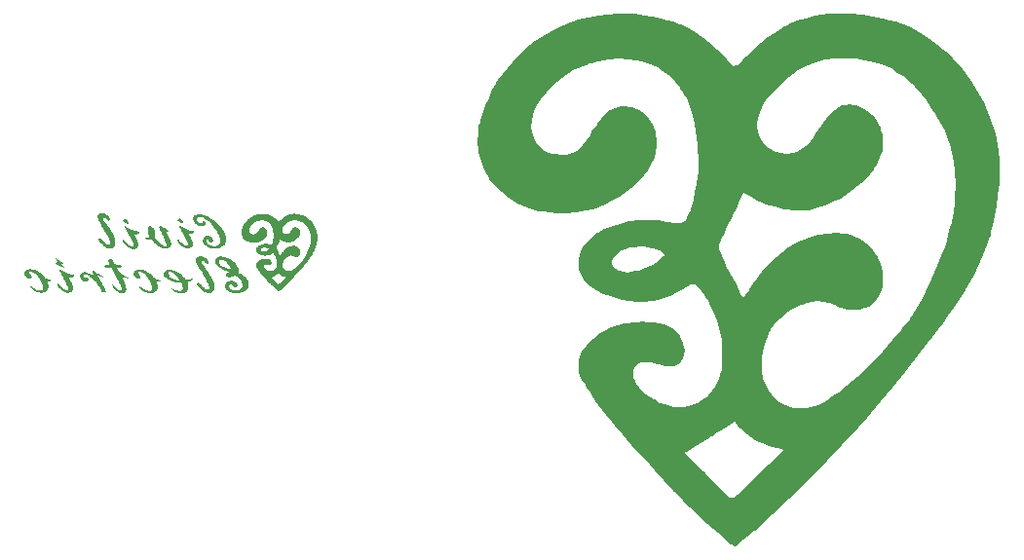
<source format=gbo>
G04*
G04 #@! TF.GenerationSoftware,Altium Limited,Altium Designer,18.1.7 (191)*
G04*
G04 Layer_Color=32896*
%FSLAX44Y44*%
%MOMM*%
G71*
G01*
G75*
G36*
X1083767Y564428D02*
X1092898Y562817D01*
X1100954Y561206D01*
X1107399Y559595D01*
X1112770Y558521D01*
X1115993Y557446D01*
X1116530Y556909D01*
X1117067D01*
X1125660Y553150D01*
X1134253Y548853D01*
X1141773Y543482D01*
X1148755Y538648D01*
X1154125Y534352D01*
X1158422Y530592D01*
X1161107Y527907D01*
X1162182Y526833D01*
X1168090Y520388D01*
X1173460Y513943D01*
X1177757Y507498D01*
X1182054Y501053D01*
X1189036Y488700D01*
X1193869Y477421D01*
X1197092Y467753D01*
X1198703Y463457D01*
X1199240Y460234D01*
X1200314Y457012D01*
Y454864D01*
X1200852Y453789D01*
Y453252D01*
X1201926Y444122D01*
X1202463Y439825D01*
Y436066D01*
X1203000Y432843D01*
Y430158D01*
Y428546D01*
Y428009D01*
X1202463Y417805D01*
X1201389Y407600D01*
X1200314Y397933D01*
X1198703Y389339D01*
X1197092Y381820D01*
X1195481Y375912D01*
X1194944Y373764D01*
Y372153D01*
X1194407Y371616D01*
Y371079D01*
X1191184Y361948D01*
X1187424Y353892D01*
X1184202Y345836D01*
X1180443Y338854D01*
X1177757Y332946D01*
X1175072Y328649D01*
X1173460Y325964D01*
X1172923Y324889D01*
X1162719Y309851D01*
X1157885Y302869D01*
X1153588Y296424D01*
X1149292Y291053D01*
X1146606Y287294D01*
X1144458Y284608D01*
X1143921Y283534D01*
X1132105Y268496D01*
X1120826Y253995D01*
X1109548Y240567D01*
X1099880Y228752D01*
X1095046Y223381D01*
X1091287Y218547D01*
X1087527Y214250D01*
X1084305Y210491D01*
X1081619Y207805D01*
X1080008Y205657D01*
X1078934Y204583D01*
X1078397Y204046D01*
X1065507Y190082D01*
X1052617Y176654D01*
X1040264Y164302D01*
X1028985Y153023D01*
X1024151Y148189D01*
X1019855Y143892D01*
X1015558Y140133D01*
X1012336Y136910D01*
X1009650Y134225D01*
X1007502Y132077D01*
X1006428Y131003D01*
X1005891Y130465D01*
X999983Y125094D01*
X994612Y120261D01*
X993001Y118112D01*
X991389Y116501D01*
X990315Y115964D01*
X989778Y115427D01*
X983333Y110593D01*
X977962Y106297D01*
X975814Y104685D01*
X974203Y103074D01*
X973129Y102537D01*
X972591Y102000D01*
X970443Y103611D01*
X969369Y104148D01*
X967758Y105222D01*
X967221Y105759D01*
X958090Y113816D01*
X948960Y121872D01*
X940903Y129391D01*
X933921Y136373D01*
X928014Y142281D01*
X923180Y147115D01*
X920494Y149800D01*
X919420Y150875D01*
X910827Y160005D01*
X902771Y168598D01*
X895251Y177192D01*
X888269Y184174D01*
X882898Y190619D01*
X878602Y195452D01*
X875916Y198675D01*
X874842Y199749D01*
X868397Y207268D01*
X863026Y214250D01*
X860878Y216936D01*
X859267Y219084D01*
X858193Y220158D01*
X857656Y220695D01*
X851748Y228752D01*
X846914Y235734D01*
X845303Y238419D01*
X843691Y240567D01*
X843154Y242179D01*
X842617Y242716D01*
X839932Y247012D01*
X838321Y250772D01*
X837246Y254531D01*
X836709Y257217D01*
Y259902D01*
Y262051D01*
X837246Y263125D01*
Y263662D01*
X838321Y267421D01*
X839932Y271181D01*
X844229Y277089D01*
X846377Y279774D01*
X848525Y281386D01*
X849599Y282460D01*
X850136Y282997D01*
X854433Y286756D01*
X859267Y289442D01*
X863564Y291590D01*
X867860Y293202D01*
X871083Y294276D01*
X873768Y295350D01*
X875916Y295887D01*
X876453D01*
X887195Y296961D01*
X892566Y297498D01*
X896863Y296961D01*
X903845D01*
X905993Y296424D01*
X906530D01*
X911364Y295350D01*
X915124Y293739D01*
X917809Y292664D01*
X918346Y292127D01*
X918883D01*
X922643Y288905D01*
X925328Y285145D01*
X926402Y282460D01*
X926939Y281923D01*
Y281386D01*
X928014Y278163D01*
X928551Y275478D01*
X929088Y273329D01*
Y272255D01*
X928551Y269033D01*
X927476Y265810D01*
X926402Y263662D01*
X925865Y263125D01*
X923717Y260439D01*
X921569Y259365D01*
X919420Y258828D01*
X912438D01*
X910290Y259365D01*
X909753D01*
X907067Y260439D01*
X904919Y260977D01*
X903308Y261514D01*
X902771D01*
X900085Y262051D01*
X897400Y262588D01*
X895251D01*
X890955Y262051D01*
X887732Y260439D01*
X886121Y258828D01*
X885584Y258291D01*
X884510Y255069D01*
Y251309D01*
Y248624D01*
X885047Y248086D01*
Y247549D01*
X887195Y243790D01*
X889343Y240567D01*
X895251Y234659D01*
X898474Y232511D01*
X900622Y231437D01*
X902234Y230363D01*
X902771Y229826D01*
X907604Y227140D01*
X912438Y225529D01*
X916735Y224455D01*
X919957Y223381D01*
X927476D01*
X932310Y224455D01*
X936607Y225529D01*
X940366Y227140D01*
X943589Y229289D01*
X946274Y230900D01*
X948423Y231974D01*
X949497Y233048D01*
X950034Y233585D01*
X953256Y237345D01*
X955405Y241104D01*
X957553Y244864D01*
X959164Y248086D01*
X960238Y251309D01*
X960776Y253994D01*
X961313Y255606D01*
Y256143D01*
X961850Y263125D01*
Y269570D01*
Y276015D01*
X961313Y281386D01*
X960776Y285682D01*
X959701Y288905D01*
X959164Y291590D01*
Y292127D01*
X957016Y298572D01*
X954868Y304480D01*
X952182Y309851D01*
X949497Y315222D01*
X947348Y318981D01*
X945200Y322204D01*
X944126Y324352D01*
X943589Y324889D01*
X941441Y327575D01*
X939292Y329186D01*
X937681Y330260D01*
X937144D01*
X934458Y329723D01*
X931773Y328649D01*
X929625Y327575D01*
X929088Y327038D01*
X922643Y323278D01*
X916735Y320056D01*
X910827Y317907D01*
X905456Y316296D01*
X901159Y315759D01*
X897937Y315222D01*
X895251Y314685D01*
X888269D01*
X881287Y315759D01*
X875379Y316833D01*
X870008Y317907D01*
X865175Y319519D01*
X861415Y320593D01*
X859267Y321130D01*
X858193Y321667D01*
X852285Y324889D01*
X847451Y328112D01*
X844229Y330797D01*
X843691Y331871D01*
X843154D01*
X841006Y334557D01*
X839395Y337242D01*
X837246Y342613D01*
Y345299D01*
X836709Y347447D01*
Y348521D01*
Y349058D01*
Y352281D01*
X837784Y355503D01*
X839395Y360874D01*
X841543Y364096D01*
X842080Y364633D01*
X842617Y365171D01*
X847451Y370004D01*
X851748Y373764D01*
X855507Y375912D01*
X856044Y376986D01*
X856581D01*
X857119Y377523D01*
X857656D01*
X858193Y378061D01*
X858730D01*
X868934Y381820D01*
X873768Y382894D01*
X878065Y383969D01*
X881287Y385043D01*
X883973D01*
X886121Y385580D01*
X886658D01*
X892029Y386117D01*
X901696D01*
X906530Y385580D01*
X910290Y385043D01*
X912975Y384506D01*
X915124Y383969D01*
X915661D01*
X918883Y383431D01*
X925328D01*
X927476Y383969D01*
X928014D01*
X929088Y385043D01*
X930162Y386117D01*
X932310Y389876D01*
X933921Y393636D01*
X934458Y394710D01*
Y395247D01*
X936607Y402766D01*
X938218Y410286D01*
X939829Y417268D01*
X940366Y423176D01*
X940903Y428546D01*
X941441Y432843D01*
Y434991D01*
Y436066D01*
X940366Y451104D01*
X939829Y458086D01*
X938755Y463994D01*
X937681Y469365D01*
X937144Y473661D01*
X936070Y475810D01*
Y476884D01*
X932847Y487089D01*
X930699Y491385D01*
X928550Y495145D01*
X926939Y498367D01*
X925328Y500516D01*
X924791Y502127D01*
X924254Y502664D01*
X921031Y506423D01*
X917272Y510183D01*
X910290Y515554D01*
X907067Y517702D01*
X904382Y519313D01*
X902770Y519851D01*
X902234Y520388D01*
X896863Y522536D01*
X892029Y524147D01*
X881287Y525758D01*
X871620Y526296D01*
X862489Y525758D01*
X854433Y524147D01*
X848525Y522536D01*
X846377Y521999D01*
X844766Y521462D01*
X843691Y520925D01*
X843154D01*
X831876Y516091D01*
X822745Y509646D01*
X814689Y503201D01*
X808781Y496756D01*
X803947Y490848D01*
X800725Y486014D01*
X799113Y482255D01*
X798576Y481718D01*
Y481180D01*
X796965Y476884D01*
X796428Y473124D01*
X795891Y466679D01*
X796428Y463994D01*
Y461846D01*
X796965Y460771D01*
Y460234D01*
X798039Y457012D01*
X800188Y453789D01*
X803947Y448955D01*
X807707Y446270D01*
X808781Y445196D01*
X809318D01*
X813078Y443585D01*
X816300Y443048D01*
X822745Y442510D01*
X827042D01*
X828116Y443048D01*
X828653D01*
X831876Y444659D01*
X835098Y446270D01*
X840469Y451104D01*
X842080Y453252D01*
X843691Y454864D01*
X844229Y455938D01*
X844766Y456475D01*
X846914Y459697D01*
X848525Y462920D01*
X850136Y465068D01*
X850674Y465605D01*
X852822Y468828D01*
X854433Y471513D01*
X856044Y473124D01*
X856581Y473661D01*
X860341Y477958D01*
X864101Y481180D01*
X867323Y482792D01*
X867860Y483329D01*
X868397D01*
X871083Y484403D01*
X873768Y484940D01*
X878602D01*
X880750Y484403D01*
X882361D01*
X883436Y483866D01*
X883973D01*
X889881Y481180D01*
X894714Y477958D01*
X897400Y475273D01*
X898474Y474736D01*
Y474198D01*
X901696Y468828D01*
X903845Y462920D01*
X904382Y460771D01*
Y458623D01*
X904919Y457549D01*
Y457012D01*
Y450567D01*
X904382Y445196D01*
X903845Y443048D01*
X903308Y441436D01*
X902771Y440362D01*
Y439825D01*
X900085Y433917D01*
X897400Y429084D01*
X894714Y425861D01*
X893640Y425324D01*
Y424787D01*
X886658Y417268D01*
X879676Y411360D01*
X872694Y406526D01*
X866249Y402766D01*
X860341Y399544D01*
X856044Y397933D01*
X853359Y396858D01*
X852285Y396321D01*
X843691Y394173D01*
X834561Y392562D01*
X826505Y392025D01*
X818448D01*
X812003Y392562D01*
X806633Y393099D01*
X805022D01*
X803410Y393636D01*
X802336D01*
X792132Y396858D01*
X783538Y400618D01*
X776019Y405452D01*
X770111Y410286D01*
X765277Y415119D01*
X761518Y418879D01*
X759369Y421564D01*
X758832Y422639D01*
X755610Y428546D01*
X753462Y434454D01*
X751313Y439825D01*
X750239Y444659D01*
X749702Y448955D01*
X749165Y452178D01*
Y454326D01*
Y454864D01*
X749702Y461308D01*
X750239Y467216D01*
X750776Y469365D01*
X751313Y470976D01*
X751850Y472050D01*
Y472587D01*
X753998Y479569D01*
X756147Y486014D01*
X758832Y491922D01*
X760981Y497293D01*
X763129Y501590D01*
X765277Y504812D01*
X766351Y506960D01*
X766889Y507498D01*
X774945Y518239D01*
X779241Y523073D01*
X783001Y527370D01*
X786224Y530592D01*
X788909Y533278D01*
X791057Y534889D01*
X791594Y535426D01*
X799113Y541334D01*
X807170Y546705D01*
X814689Y551001D01*
X821671Y554224D01*
X827579Y556909D01*
X831876Y558521D01*
X835098Y559595D01*
X835635Y560132D01*
X836172D01*
X845303Y562280D01*
X853896Y563891D01*
X862489Y564428D01*
X870008Y564966D01*
X886121D01*
X894177Y563891D01*
X901159Y562817D01*
X908141Y561206D01*
X914049Y559595D01*
X918883Y558521D01*
X922643Y556909D01*
X924791Y556372D01*
X925865Y555835D01*
X932847Y552613D01*
X939292Y548853D01*
X945200Y544556D01*
X950034Y540797D01*
X954331Y537037D01*
X957553Y534352D01*
X959701Y532203D01*
X960238Y531666D01*
X962387Y529518D01*
X964535Y527370D01*
X965609Y525758D01*
X966146Y525221D01*
X968295Y523073D01*
X969906Y521462D01*
X970980Y520388D01*
X971517Y519851D01*
X973665Y520388D01*
X974740D01*
X975814Y520925D01*
X976351Y521462D01*
X978499Y524147D01*
X979036Y524684D01*
X979573Y525221D01*
X982259Y527907D01*
X982796Y528444D01*
X983333Y528981D01*
X989241Y534889D01*
X995686Y540260D01*
X1001594Y545093D01*
X1007502Y548853D01*
X1012336Y552076D01*
X1016095Y554224D01*
X1018243Y555298D01*
X1019317Y555835D01*
X1026837Y559058D01*
X1034356Y561206D01*
X1041875Y563354D01*
X1048320Y564428D01*
X1054228Y564966D01*
X1059062Y565503D01*
X1073563D01*
X1083767Y564428D01*
D02*
G37*
G36*
X423876Y391936D02*
X424891Y391702D01*
X425282Y391545D01*
X425594Y391467D01*
X425828Y391311D01*
X425906D01*
X426766Y390843D01*
X427469Y390374D01*
X428093Y389905D01*
X428562Y389358D01*
X428875Y388968D01*
X429109Y388577D01*
X429265Y388343D01*
X429343Y388265D01*
X429577Y387718D01*
X429656Y387328D01*
X429812Y387015D01*
Y386859D01*
Y386390D01*
X429656Y386000D01*
X429421Y385688D01*
X429343Y385610D01*
X429109Y385453D01*
X428562D01*
X428328Y385531D01*
X428250Y385610D01*
X427859Y386000D01*
X427547Y386312D01*
X427312Y386469D01*
X427234Y386547D01*
X426844Y386859D01*
X426453Y387094D01*
X426141Y387250D01*
X426063Y387328D01*
X425672Y387562D01*
X425282Y387796D01*
X424969Y387874D01*
X424891Y387953D01*
X424422Y388031D01*
X424110Y387953D01*
X423954Y387874D01*
X423876Y387796D01*
X423720Y387406D01*
X423642Y387094D01*
X423720Y386781D01*
Y386703D01*
X423954Y386234D01*
X424032Y386078D01*
Y386000D01*
X424344Y385610D01*
X424422Y385453D01*
X424501Y385375D01*
X425047Y384750D01*
X425516Y384126D01*
X425828Y383735D01*
X425985Y383657D01*
Y383579D01*
X426531Y382954D01*
X427000Y382329D01*
X427312Y381860D01*
X427469Y381782D01*
Y381704D01*
X428406Y380376D01*
X428796Y379752D01*
X429187Y379205D01*
X429499Y378736D01*
X429734Y378346D01*
X429890Y378111D01*
X429968Y378033D01*
X430827Y376706D01*
X431218Y376081D01*
X431608Y375534D01*
X431921Y375065D01*
X432155Y374675D01*
X432233Y374440D01*
X432311Y374362D01*
X432858Y373035D01*
X433092Y372410D01*
X433326Y371863D01*
X433483Y371394D01*
X433639Y371004D01*
X433717Y370770D01*
Y370691D01*
X434029Y369286D01*
X434186Y368661D01*
X434342Y368036D01*
X434420Y367567D01*
Y367177D01*
X434498Y366942D01*
Y366864D01*
X434420Y366552D01*
Y366239D01*
Y366083D01*
Y366005D01*
X434342Y365615D01*
Y365458D01*
Y365380D01*
X434186Y364599D01*
X433873Y363896D01*
X433483Y363271D01*
X433092Y362725D01*
X432780Y362334D01*
X432467Y362022D01*
X432233Y361866D01*
X432155Y361787D01*
X431374Y361397D01*
X430593Y361241D01*
X429890Y361163D01*
X429187Y361241D01*
X428562Y361319D01*
X428093Y361475D01*
X427781Y361553D01*
X427703Y361631D01*
X426844Y362100D01*
X426063Y362569D01*
X425360Y363037D01*
X424735Y363428D01*
X424266Y363818D01*
X423876Y364131D01*
X423642Y364365D01*
X423563Y364443D01*
X422314Y365693D01*
X421767Y366239D01*
X421220Y366786D01*
X420830Y367255D01*
X420517Y367645D01*
X420283Y367880D01*
X420205Y367958D01*
X420049Y368192D01*
X419971Y368504D01*
Y368739D01*
Y368817D01*
Y369207D01*
X420049Y369520D01*
X420127Y369598D01*
X420205Y369676D01*
X420361Y369832D01*
X420673Y369910D01*
X421376D01*
X421611Y369832D01*
X421767Y369754D01*
X421845D01*
X422314Y369442D01*
X422626Y369129D01*
X422860Y368895D01*
X422938Y368817D01*
X423329Y368426D01*
X423642Y368036D01*
X423876Y367723D01*
X423954Y367645D01*
X424579Y366942D01*
X425204Y366396D01*
X425594Y366005D01*
X425672Y365927D01*
X425750Y365849D01*
X426453Y365302D01*
X427156Y364990D01*
X427391Y364833D01*
X427625Y364755D01*
X427781Y364677D01*
X427859D01*
X428328Y364599D01*
X428640Y364521D01*
X429265Y364599D01*
X429577Y364677D01*
X429734Y364755D01*
X429968Y364990D01*
X430124Y365224D01*
X430202Y365849D01*
X430124Y366317D01*
Y366474D01*
Y366552D01*
X429968Y367255D01*
X429812Y367880D01*
X429734Y368270D01*
X429656Y368348D01*
Y368426D01*
X429421Y369129D01*
X429109Y369676D01*
X428953Y369989D01*
X428875Y370145D01*
X428093Y371473D01*
X427391Y372800D01*
X426688Y373972D01*
X426063Y375065D01*
X425516Y375924D01*
X425126Y376627D01*
X424813Y377096D01*
X424735Y377252D01*
X423954Y378580D01*
X423173Y379908D01*
X422548Y381079D01*
X421923Y382173D01*
X421376Y383110D01*
X420986Y383813D01*
X420752Y384282D01*
X420673Y384438D01*
X420283Y385141D01*
X419971Y385766D01*
X419814Y386234D01*
X419736Y386312D01*
Y386390D01*
X419424Y387172D01*
X419268Y387874D01*
X419111Y388421D01*
Y388499D01*
Y388577D01*
X419033Y389046D01*
Y389437D01*
X419189Y390140D01*
X419424Y390530D01*
X419502Y390686D01*
X420049Y391233D01*
X420673Y391623D01*
X421220Y391780D01*
X421376Y391858D01*
X421455D01*
X421923Y392014D01*
X422392Y392092D01*
X422782D01*
X423876Y391936D01*
D02*
G37*
G36*
X591177Y391389D02*
X592661Y391233D01*
X593988Y391077D01*
X595160Y390843D01*
X596097Y390530D01*
X596878Y390374D01*
X597347Y390218D01*
X597425Y390140D01*
X597503D01*
X598831Y389593D01*
X600003Y388968D01*
X601174Y388187D01*
X602111Y387484D01*
X602971Y386859D01*
X603517Y386312D01*
X603908Y385922D01*
X604064Y385766D01*
X604923Y384828D01*
X605704Y383891D01*
X606329Y382954D01*
X606954Y382017D01*
X607969Y380220D01*
X608672Y378580D01*
X609219Y377174D01*
X609375Y376627D01*
X609531Y376081D01*
X609609Y375690D01*
X609688Y375378D01*
X609766Y375221D01*
Y375143D01*
X609922Y373816D01*
X610000Y373191D01*
Y372566D01*
X610078Y372097D01*
Y371707D01*
Y371473D01*
Y371394D01*
X610000Y369910D01*
X609844Y368426D01*
X609688Y367020D01*
X609375Y365771D01*
X609141Y364756D01*
X608985Y363896D01*
X608907Y363584D01*
X608828Y363350D01*
X608750Y363271D01*
Y363193D01*
X608282Y361866D01*
X607735Y360616D01*
X607266Y359522D01*
X606720Y358507D01*
X606329Y357648D01*
X605938Y357023D01*
X605704Y356632D01*
X605626Y356476D01*
X604142Y354289D01*
X603439Y353274D01*
X602814Y352337D01*
X602189Y351556D01*
X601799Y351009D01*
X601487Y350619D01*
X601408Y350462D01*
X599690Y348275D01*
X597972Y346088D01*
X596410Y344136D01*
X594926Y342417D01*
X594223Y341636D01*
X593676Y341012D01*
X593129Y340387D01*
X592661Y339840D01*
X592270Y339449D01*
X592036Y339137D01*
X591880Y338981D01*
X591801Y338903D01*
X589927Y336872D01*
X588052Y334919D01*
X586256Y333045D01*
X584616Y331405D01*
X583913Y330702D01*
X583288Y330077D01*
X582663Y329530D01*
X582195Y329062D01*
X581804Y328671D01*
X581492Y328358D01*
X581335Y328202D01*
X581257Y328124D01*
X580398Y327343D01*
X579695Y326640D01*
X579383Y326406D01*
X579148Y326172D01*
X578992Y326093D01*
X578914Y326015D01*
X577977Y325312D01*
X577196Y324688D01*
X576884Y324453D01*
X576649Y324219D01*
X576493Y324141D01*
X576415Y324063D01*
X576102Y324219D01*
X575946Y324297D01*
X575712Y324531D01*
X575634Y324609D01*
X574306Y325781D01*
X572978Y326953D01*
X571807Y328046D01*
X570791Y329062D01*
X569932Y329921D01*
X569229Y330546D01*
X568839Y331014D01*
X568683Y331170D01*
X567433Y332498D01*
X566261Y333748D01*
X565168Y334919D01*
X564152Y336013D01*
X563371Y336950D01*
X562747Y337653D01*
X562356Y338122D01*
X562200Y338200D01*
Y338278D01*
X561341Y339371D01*
X560560Y340309D01*
X560247Y340699D01*
X560013Y341012D01*
X559857Y341168D01*
X559779Y341246D01*
X558919Y342417D01*
X558138Y343433D01*
X557904Y343823D01*
X557670Y344136D01*
X557592Y344370D01*
X557513Y344448D01*
X557123Y345073D01*
X556889Y345620D01*
X556732Y346166D01*
X556654Y346635D01*
Y347026D01*
Y347338D01*
X556732Y347494D01*
Y347572D01*
X556889Y348119D01*
X557123Y348666D01*
X557748Y349525D01*
X558060Y349837D01*
X558373Y350072D01*
X558529Y350228D01*
X558607Y350306D01*
X559310Y350853D01*
X559935Y351243D01*
X560638Y351556D01*
X561184Y351790D01*
X561731Y351946D01*
X562122Y352102D01*
X562356Y352181D01*
X562434D01*
X563996Y352337D01*
X564777Y352415D01*
X565402Y352337D01*
X566417D01*
X566730Y352259D01*
X566808D01*
X567511Y352102D01*
X568058Y351868D01*
X568448Y351712D01*
X568526Y351634D01*
X568604D01*
X569151Y351243D01*
X569542Y350697D01*
X569776Y350306D01*
X569854Y350228D01*
Y350150D01*
X570010Y349603D01*
X570088Y349213D01*
X570166Y348900D01*
Y348744D01*
X570088Y348275D01*
X569932Y347807D01*
X569776Y347494D01*
X569698Y347416D01*
X569307Y347026D01*
X568995Y346869D01*
X568683Y346791D01*
X568136D01*
X567667Y346869D01*
X567355Y346948D01*
X567277D01*
X566886Y347026D01*
X566574Y347104D01*
X566339Y347182D01*
X566261D01*
X565871Y347260D01*
X565480Y347338D01*
X565246Y347416D01*
X565168D01*
X564543Y347338D01*
X564074Y347104D01*
X563840Y346869D01*
X563762Y346791D01*
X563606Y346245D01*
Y345776D01*
Y345385D01*
X563684Y345307D01*
Y345229D01*
X563996Y344683D01*
X564309Y344214D01*
X565168Y343355D01*
X565636Y343042D01*
X565949Y342808D01*
X566183Y342652D01*
X566261Y342574D01*
X566964Y342183D01*
X567667Y341949D01*
X568292Y341793D01*
X568839Y341715D01*
X569307Y341636D01*
X569932D01*
X570635Y341793D01*
X571182Y341949D01*
X571729Y342261D01*
X572197Y342495D01*
X572588Y342730D01*
X572900Y342964D01*
X573056Y343120D01*
X573134Y343199D01*
X573603Y343745D01*
X573915Y344292D01*
X574228Y344761D01*
X574462Y345307D01*
X574618Y345776D01*
X574697Y346088D01*
X574775Y346323D01*
Y346401D01*
X574853Y347416D01*
Y348432D01*
Y349291D01*
X574775Y350150D01*
X574697Y350775D01*
X574540Y351243D01*
X574462Y351634D01*
Y351712D01*
X574150Y352649D01*
X573837Y353508D01*
X573447Y354289D01*
X573056Y354992D01*
X572744Y355539D01*
X572431Y356008D01*
X572275Y356320D01*
X572197Y356398D01*
X571885Y356789D01*
X571572Y357023D01*
X571338Y357179D01*
X570947D01*
X570557Y356945D01*
X570245Y356789D01*
X570166Y356711D01*
X569229Y356164D01*
X568370Y355695D01*
X567511Y355383D01*
X566730Y355149D01*
X566027Y355070D01*
X565558Y354992D01*
X565168Y354914D01*
X564152D01*
X563215Y355070D01*
X562278Y355227D01*
X561497Y355383D01*
X560794Y355617D01*
X560325Y355773D01*
X559935Y355852D01*
X559857Y355930D01*
X558997Y356398D01*
X558216Y356867D01*
X557748Y357257D01*
X557670Y357414D01*
X557592D01*
X557279Y357804D01*
X557045Y358195D01*
X556732Y359054D01*
Y359366D01*
X556654Y359679D01*
Y359835D01*
Y359913D01*
Y360460D01*
X556810Y360928D01*
X557045Y361709D01*
X557201Y361944D01*
X557357Y362178D01*
X557435Y362256D01*
X557513Y362334D01*
X558216Y362959D01*
X558841Y363506D01*
X559388Y363818D01*
X559466Y363974D01*
X559544D01*
X559700Y364053D01*
X559779D01*
X559857Y364131D01*
X559935D01*
X561341Y364677D01*
X562043Y364912D01*
X562668Y365068D01*
X563137Y365146D01*
X563606Y365224D01*
X563840Y365302D01*
X563918D01*
X565480Y365380D01*
X566183Y365302D01*
X566808D01*
X567355Y365224D01*
X567745Y365146D01*
X568058Y365068D01*
X568136D01*
X568604Y364990D01*
X569073Y364912D01*
X570010D01*
X570166Y365068D01*
X570323Y365302D01*
X570635Y365849D01*
X570869Y366396D01*
X570947Y366552D01*
Y366630D01*
X571260Y367723D01*
X571494Y368817D01*
X571650Y369832D01*
X571729Y370770D01*
X571807Y371551D01*
X571885Y372097D01*
Y372488D01*
Y372644D01*
X571807Y374831D01*
X571650Y375846D01*
X571494Y376706D01*
X571416Y377487D01*
X571260Y378111D01*
X571182Y378424D01*
Y378580D01*
X570635Y379986D01*
X570401Y380611D01*
X570088Y381157D01*
X569776Y381626D01*
X569620Y381939D01*
X569464Y382173D01*
X569385Y382251D01*
X568917Y382876D01*
X568370Y383344D01*
X567823Y383813D01*
X567355Y384204D01*
X566886Y384438D01*
X566496Y384672D01*
X566261Y384828D01*
X566183D01*
X565402Y385141D01*
X564699Y385375D01*
X563137Y385610D01*
X561731Y385688D01*
X560403Y385610D01*
X559232Y385375D01*
X558373Y385141D01*
X558060Y385063D01*
X557826Y384985D01*
X557670Y384907D01*
X557592D01*
X555951Y384204D01*
X554624Y383266D01*
X553530Y382329D01*
X552593Y381392D01*
X551968Y380533D01*
X551499Y379830D01*
X551265Y379283D01*
X551187Y379205D01*
Y379127D01*
X550953Y378580D01*
X550874Y378033D01*
X550796Y377018D01*
X550874Y376627D01*
Y376315D01*
X550953Y376159D01*
Y376081D01*
X551109Y375612D01*
X551421Y375143D01*
X551968Y374519D01*
X552437Y374128D01*
X552593Y373972D01*
X552671D01*
X553218Y373737D01*
X553686Y373581D01*
X554624Y373503D01*
X554936Y373581D01*
X555248D01*
X555405Y373659D01*
X555483D01*
X555951Y373894D01*
X556420Y374128D01*
X557201Y374753D01*
X557670Y375300D01*
X557748Y375456D01*
X557826Y375534D01*
X558138Y376003D01*
X558373Y376471D01*
X558607Y376784D01*
X558685Y376862D01*
X558997Y377330D01*
X559232Y377721D01*
X559466Y378033D01*
X559544Y378111D01*
X560169Y378736D01*
X560716Y379205D01*
X561184Y379439D01*
X561263Y379517D01*
X561341D01*
X562043Y379674D01*
X562747D01*
X563059Y379595D01*
X563293D01*
X563449Y379517D01*
X563527D01*
X564387Y379127D01*
X565090Y378658D01*
X565480Y378268D01*
X565636Y378190D01*
Y378111D01*
X566105Y377330D01*
X566417Y376549D01*
X566496Y376237D01*
Y375924D01*
X566574Y375768D01*
Y375690D01*
Y374753D01*
X566496Y373972D01*
X566417Y373659D01*
X566339Y373425D01*
X566261Y373269D01*
Y373191D01*
X565871Y372332D01*
X565480Y371629D01*
X565090Y371082D01*
X564933Y371004D01*
Y370926D01*
X563918Y369910D01*
X562903Y368973D01*
X561887Y368270D01*
X560950Y367723D01*
X560091Y367333D01*
X559466Y367020D01*
X559076Y366864D01*
X558919Y366786D01*
X557670Y366474D01*
X556342Y366318D01*
X555170Y366240D01*
X553999D01*
X553061Y366318D01*
X552280Y366396D01*
X552046D01*
X551812Y366474D01*
X551656D01*
X550172Y366864D01*
X548922Y367489D01*
X547828Y368114D01*
X546969Y368817D01*
X546266Y369520D01*
X545720Y370067D01*
X545407Y370457D01*
X545329Y370613D01*
X544704Y371941D01*
X544314Y373191D01*
X544079Y374440D01*
X544001Y375612D01*
X544079Y376549D01*
X544157Y377330D01*
X544236Y377565D01*
Y377799D01*
X544314Y377877D01*
Y377955D01*
X544626Y378971D01*
X544939Y379908D01*
X545329Y380767D01*
X545642Y381470D01*
X545954Y382095D01*
X546266Y382563D01*
X546423Y382876D01*
X546501Y382954D01*
X547672Y384594D01*
X548297Y385297D01*
X548922Y385844D01*
X549390Y386390D01*
X549781Y386781D01*
X550093Y387015D01*
X550172Y387094D01*
X551265Y387953D01*
X552359Y388734D01*
X553452Y389280D01*
X554467Y389827D01*
X555326Y390140D01*
X555951Y390452D01*
X556420Y390530D01*
X556498Y390608D01*
X556576D01*
X557904Y390921D01*
X559154Y391155D01*
X560403Y391233D01*
X561497Y391311D01*
X563840D01*
X565011Y391233D01*
X566105Y391077D01*
X567042Y390843D01*
X567901Y390608D01*
X568683Y390374D01*
X569229Y390140D01*
X569542Y390061D01*
X569698Y389983D01*
X570713Y389515D01*
X571650Y388968D01*
X572431Y388421D01*
X573213Y387796D01*
X573759Y387328D01*
X574228Y386937D01*
X574540Y386625D01*
X574618Y386547D01*
X574931Y386234D01*
X575243Y385922D01*
X575400Y385688D01*
X575478Y385610D01*
X575790Y385297D01*
X576024Y384985D01*
X576180Y384750D01*
X576259Y384672D01*
X576571Y384828D01*
X576727Y384907D01*
X576884Y384985D01*
X576962D01*
X577274Y385375D01*
X577352Y385531D01*
X577430D01*
X577821Y385922D01*
X577899Y386078D01*
X577977D01*
X578914Y387015D01*
X579851Y387796D01*
X580711Y388421D01*
X581492Y388968D01*
X582195Y389437D01*
X582741Y389749D01*
X583054Y389905D01*
X583210Y389983D01*
X584304Y390452D01*
X585397Y390843D01*
X586490Y391077D01*
X587506Y391233D01*
X588365Y391389D01*
X588990Y391467D01*
X589615D01*
X591177Y391389D01*
D02*
G37*
G36*
X491046Y387250D02*
X491515Y387094D01*
X491827Y386937D01*
X491905Y386859D01*
X492452Y386312D01*
X492921Y385766D01*
X493233Y385297D01*
X493311Y385141D01*
Y385063D01*
X493467Y384672D01*
X493545Y384360D01*
X493624Y383813D01*
X493545Y383501D01*
Y383423D01*
X493467Y383266D01*
X493311Y383110D01*
X493155Y383032D01*
X492530D01*
X491905Y383344D01*
X491358Y383657D01*
X490968Y383891D01*
X490890Y383969D01*
X490812D01*
X490187Y384360D01*
X489562Y384672D01*
X489172Y384907D01*
X489094Y384985D01*
X489015D01*
X488859Y385063D01*
X488781Y385219D01*
X488703Y385297D01*
Y385375D01*
X488547Y385688D01*
X488469Y385844D01*
X488703Y386156D01*
X488781Y386312D01*
X489015Y386625D01*
X489094Y386703D01*
X489172D01*
X489718Y387094D01*
X490109Y387250D01*
X490421Y387328D01*
X490578D01*
X491046Y387250D01*
D02*
G37*
G36*
X443558Y386703D02*
X443636D01*
X444105Y386547D01*
X444496Y386312D01*
X445042Y385766D01*
X445433Y385297D01*
X445511Y385141D01*
Y385063D01*
X445667Y384594D01*
X445823Y384126D01*
X445901Y383266D01*
Y382876D01*
X445823Y382563D01*
Y382407D01*
Y382329D01*
X444886Y382641D01*
X444105Y382954D01*
X443793Y383032D01*
X443558Y383188D01*
X443480Y383266D01*
X443402D01*
X442621Y383813D01*
X441996Y384204D01*
X441527Y384516D01*
X441449Y384672D01*
X441371D01*
X441293Y384750D01*
X441215Y384907D01*
Y385063D01*
Y385141D01*
Y385610D01*
X441293Y385688D01*
Y385766D01*
X441606Y386156D01*
X441918Y386390D01*
X442152Y386547D01*
X442309Y386625D01*
X442855Y386703D01*
X443246Y386781D01*
X443558Y386703D01*
D02*
G37*
G36*
X442621Y380845D02*
X442777Y380689D01*
X442933Y380611D01*
X443246Y380533D01*
X443324Y380454D01*
X443402D01*
X445355Y379439D01*
X446292Y378970D01*
X447073Y378502D01*
X447776Y378111D01*
X448245Y377799D01*
X448557Y377643D01*
X448713Y377565D01*
X449729Y377096D01*
X450744Y376706D01*
X451681Y376471D01*
X452618Y376237D01*
X453400Y376159D01*
X453946Y376081D01*
X454493D01*
X454883Y376003D01*
X455118Y375846D01*
X455274Y375690D01*
Y375612D01*
X455352Y375300D01*
X455274Y375065D01*
X455196Y374909D01*
Y374831D01*
X454649Y374362D01*
X454493Y374206D01*
X454415Y374128D01*
X453868Y373816D01*
X453634Y373659D01*
X453556D01*
X453165Y373581D01*
X452384D01*
X451916Y373659D01*
X450978D01*
X451213Y373035D01*
X451447Y372566D01*
X451603Y372253D01*
X451681Y372097D01*
X451916Y371629D01*
X452150Y371160D01*
X452228Y370848D01*
X452306Y370770D01*
X452696Y369989D01*
X453009Y369286D01*
X453243Y368739D01*
X453321Y368661D01*
Y368583D01*
X453712Y367802D01*
X453946Y367099D01*
X454102Y366552D01*
X454180Y366474D01*
Y366396D01*
X454337Y365458D01*
X454415Y364599D01*
X454259Y363896D01*
X454102Y363271D01*
X453868Y362725D01*
X453634Y362412D01*
X453478Y362178D01*
X453400Y362100D01*
X452775Y361553D01*
X452150Y361241D01*
X451447Y361006D01*
X450744Y360850D01*
X449182D01*
X448869Y360928D01*
X448557Y361006D01*
X448323Y361085D01*
X448245D01*
X447932Y361241D01*
X447620Y361319D01*
X447385Y361475D01*
X447307D01*
X446058Y362256D01*
X445511Y362647D01*
X444964Y363037D01*
X444574Y363349D01*
X444261Y363584D01*
X444105Y363740D01*
X444027Y363818D01*
X443012Y364833D01*
X442230Y365771D01*
X441918Y366161D01*
X441684Y366474D01*
X441527Y366708D01*
X441449Y366786D01*
X441059Y367333D01*
X440981Y367489D01*
Y367567D01*
Y367958D01*
X441059Y368348D01*
X441215Y368661D01*
X441293Y368817D01*
X441840Y368348D01*
X441996Y368270D01*
X442074Y368192D01*
X442543Y367802D01*
X442699Y367645D01*
X442777Y367567D01*
X443558Y366864D01*
X444261Y366239D01*
X444730Y365771D01*
X444808Y365693D01*
X444886Y365615D01*
X445667Y364990D01*
X446292Y364365D01*
X446839Y363974D01*
X446917Y363896D01*
X446995Y363818D01*
X447385Y363506D01*
X447854Y363271D01*
X448088Y363115D01*
X448245Y363037D01*
X448479Y362959D01*
X448713Y362881D01*
X449182Y362959D01*
X449572Y363115D01*
X449650Y363193D01*
X449729D01*
X450041Y363506D01*
X450197Y363896D01*
X450275Y364131D01*
Y364287D01*
Y364912D01*
X450119Y365458D01*
X449963Y365927D01*
X449885Y366005D01*
Y366083D01*
X449729Y366552D01*
X449494Y366942D01*
X449416Y367177D01*
X449338Y367255D01*
X449182Y367723D01*
X448947Y368114D01*
X448869Y368348D01*
X448791Y368426D01*
X448245Y369442D01*
X447776Y370379D01*
X447620Y370691D01*
X447463Y371004D01*
X447307Y371160D01*
Y371238D01*
X446760Y372253D01*
X446292Y373191D01*
X446058Y373503D01*
X445979Y373816D01*
X445823Y373972D01*
Y374050D01*
X445198Y375221D01*
X444652Y376315D01*
X444417Y376706D01*
X444261Y377018D01*
X444105Y377252D01*
Y377330D01*
X443480Y378658D01*
X443168Y379205D01*
X442855Y379752D01*
X442621Y380220D01*
X442465Y380611D01*
X442387Y380845D01*
X442309Y380923D01*
X442621Y380845D01*
D02*
G37*
G36*
X509010Y390843D02*
X509323Y390764D01*
X509557D01*
X509713Y390686D01*
X509791D01*
X512212Y389905D01*
X514399Y388968D01*
X516430Y388031D01*
X518148Y387094D01*
X518852Y386625D01*
X519554Y386156D01*
X520101Y385844D01*
X520570Y385453D01*
X520960Y385219D01*
X521273Y384985D01*
X521429Y384907D01*
X521507Y384828D01*
X523303Y383266D01*
X524865Y381548D01*
X526193Y379908D01*
X527365Y378268D01*
X528302Y376784D01*
X528615Y376159D01*
X528927Y375612D01*
X529161Y375221D01*
X529318Y374909D01*
X529474Y374675D01*
Y374597D01*
X529864Y373503D01*
X530255Y372566D01*
X530411Y371551D01*
X530567Y370691D01*
X530645Y369051D01*
X530567Y367645D01*
X530333Y366474D01*
X530177Y366083D01*
X530020Y365693D01*
X529942Y365380D01*
X529786Y365146D01*
X529708Y365068D01*
Y364990D01*
X529161Y364287D01*
X528615Y363740D01*
X527287Y362803D01*
X525803Y362100D01*
X524397Y361631D01*
X523069Y361319D01*
X522444Y361241D01*
X521976Y361163D01*
X521585Y361085D01*
X520960D01*
X520257Y361163D01*
X519632Y361241D01*
X519164Y361319D01*
X519008D01*
X518305Y361397D01*
X517680Y361553D01*
X517289Y361631D01*
X517133Y361709D01*
X515649Y362256D01*
X515024Y362569D01*
X514478Y362881D01*
X514009Y363115D01*
X513618Y363349D01*
X513384Y363428D01*
X513306Y363506D01*
X512759Y363974D01*
X512212Y364521D01*
X511822Y364990D01*
X511510Y365536D01*
X511197Y366005D01*
X511041Y366396D01*
X510885Y366708D01*
Y366786D01*
X510650Y367645D01*
Y368348D01*
Y368661D01*
Y368895D01*
Y368973D01*
Y369051D01*
X510728Y369442D01*
X510885Y369832D01*
X511197Y370457D01*
X511588Y370848D01*
X511666Y371004D01*
X511744D01*
X512134Y371316D01*
X512447Y371629D01*
X513150Y371941D01*
X513618Y372175D01*
X514712D01*
X515493Y372019D01*
X515805D01*
X516040Y371941D01*
X516196Y371863D01*
X516274D01*
X517133Y371473D01*
X517758Y371082D01*
X518227Y370848D01*
X518305Y370691D01*
X518383D01*
X518930Y370067D01*
X519242Y369364D01*
X519320Y369051D01*
Y368817D01*
X519398Y368661D01*
Y368583D01*
Y367880D01*
X519320Y367411D01*
X519242Y367099D01*
X519164Y367020D01*
X518852Y366630D01*
X518461Y366396D01*
X518148Y366239D01*
X517992D01*
X517368Y366161D01*
X516899D01*
X516586Y366239D01*
X516508Y366317D01*
X516118Y366630D01*
X515805Y367020D01*
X515649Y367333D01*
X515571Y367489D01*
X515337Y367958D01*
X515259Y368114D01*
Y368192D01*
X515102Y368661D01*
X514946Y368739D01*
Y368817D01*
X514790Y368973D01*
X514634Y369051D01*
X514478Y369129D01*
X514399D01*
X514165Y369207D01*
X514009D01*
X513853Y369129D01*
X513697Y369051D01*
X513540Y368895D01*
X513462Y368817D01*
Y368739D01*
X513384Y368504D01*
Y368270D01*
Y368192D01*
Y368114D01*
X513462Y367645D01*
X513540Y367489D01*
Y367411D01*
X513775Y366942D01*
X513853Y366786D01*
Y366708D01*
X514321Y366005D01*
X514868Y365458D01*
X515493Y364912D01*
X516118Y364521D01*
X516665Y364209D01*
X517133Y363974D01*
X517446Y363896D01*
X517524Y363818D01*
X518461Y363506D01*
X519320Y363349D01*
X520101Y363271D01*
X520726D01*
X521351Y363349D01*
X521741Y363428D01*
X522054Y363506D01*
X522132D01*
X523147Y363974D01*
X523850Y364443D01*
X524319Y364833D01*
X524397Y364912D01*
X524475Y364990D01*
X524944Y365927D01*
X525256Y366786D01*
X525334Y367177D01*
X525412Y367489D01*
Y367645D01*
Y367723D01*
Y368817D01*
X525334Y369832D01*
X525256Y370145D01*
Y370457D01*
X525178Y370613D01*
Y370691D01*
X524865Y371707D01*
X524553Y372566D01*
X524397Y372957D01*
X524241Y373191D01*
X524163Y373347D01*
Y373425D01*
X523147Y375300D01*
X522679Y376159D01*
X522210Y376862D01*
X521819Y377486D01*
X521507Y378033D01*
X521351Y378346D01*
X521273Y378424D01*
X520023Y380142D01*
X519398Y380923D01*
X518852Y381626D01*
X518305Y382173D01*
X517914Y382563D01*
X517680Y382876D01*
X517602Y382954D01*
X516352Y384204D01*
X515805Y384750D01*
X515259Y385219D01*
X514790Y385610D01*
X514399Y385922D01*
X514165Y386078D01*
X514087Y386156D01*
X512681Y387094D01*
X511978Y387484D01*
X511275Y387796D01*
X510728Y388109D01*
X510338Y388265D01*
X510026Y388421D01*
X509948D01*
X509479Y388577D01*
X509010Y388656D01*
X508698Y388734D01*
X508620D01*
X508073Y388812D01*
X507682Y388890D01*
X507214D01*
X506745Y388812D01*
X506355Y388734D01*
X506120Y388577D01*
X506042Y388499D01*
X505730Y388109D01*
X505574Y387718D01*
X505495Y387406D01*
Y387328D01*
Y387250D01*
Y386781D01*
X505574Y386312D01*
X505886Y385453D01*
X506120Y385063D01*
X506277Y384828D01*
X506355Y384672D01*
X506433Y384594D01*
X506823Y384126D01*
X507214Y383735D01*
X507604Y383423D01*
X507995Y383266D01*
X508307Y383110D01*
X508542Y383032D01*
X508698Y382954D01*
X509791D01*
X510104Y383110D01*
X510260Y383423D01*
X510338Y383735D01*
Y383891D01*
X510416Y384204D01*
X510494Y384360D01*
X510650Y384672D01*
X510885Y384750D01*
X511744D01*
X511978Y384672D01*
X512056D01*
X512447Y384516D01*
X512759Y384204D01*
X512915Y383969D01*
X512994Y383891D01*
X513150Y383423D01*
X513072Y383032D01*
Y382720D01*
X512994Y382641D01*
X512525Y382017D01*
X512134Y381548D01*
X511822Y381236D01*
X511666Y381157D01*
X511041Y380845D01*
X510416Y380689D01*
X509869Y380611D01*
X509713D01*
X508620Y380689D01*
X507604Y380923D01*
X506745Y381236D01*
X505964Y381704D01*
X505339Y382095D01*
X504949Y382485D01*
X504636Y382720D01*
X504558Y382798D01*
X503855Y383657D01*
X503309Y384438D01*
X502840Y385141D01*
X502528Y385766D01*
X502293Y386312D01*
X502137Y386781D01*
X502059Y387015D01*
Y387094D01*
X501981Y387562D01*
Y387953D01*
X502137Y388656D01*
X502371Y389124D01*
X502449Y389202D01*
Y389280D01*
X502996Y389905D01*
X503621Y390296D01*
X504168Y390452D01*
X504324Y390530D01*
X504402D01*
X505417Y390686D01*
X506277Y390764D01*
X506589D01*
X506901Y390843D01*
X507136D01*
X508151Y390921D01*
X509010Y390843D01*
D02*
G37*
G36*
X490343Y381157D02*
X490812Y380923D01*
X491202Y380767D01*
X491280Y380689D01*
X491749Y380454D01*
X492140Y380220D01*
X492452Y380064D01*
X492530Y379986D01*
X494170Y379127D01*
X494873Y378736D01*
X495576Y378424D01*
X496123Y378111D01*
X496591Y377877D01*
X496904Y377799D01*
X496982Y377721D01*
X497841Y377330D01*
X498622Y377096D01*
X499481Y376862D01*
X500184Y376784D01*
X500887Y376706D01*
X501356Y376627D01*
X501825D01*
X502215Y376549D01*
X502528Y376315D01*
X502684Y376081D01*
Y376003D01*
X502762Y375612D01*
X502606Y375221D01*
X502449Y374987D01*
X502371Y374909D01*
X501825Y374597D01*
X501590Y374519D01*
X501512Y374440D01*
X501122Y374284D01*
X500809Y374206D01*
X500575Y374128D01*
X500497D01*
X500184Y374050D01*
X498310D01*
X498778Y373191D01*
X499091Y372488D01*
X499403Y372019D01*
X499481Y371941D01*
Y371863D01*
X499872Y371082D01*
X500184Y370457D01*
X500419Y369989D01*
X500497Y369910D01*
Y369832D01*
X500731Y369129D01*
X500965Y368504D01*
X501122Y368036D01*
X501200Y367958D01*
Y367880D01*
X501434Y367177D01*
X501590Y366552D01*
X501746Y366083D01*
Y366005D01*
Y365927D01*
Y364912D01*
X501668Y364131D01*
X501590Y363818D01*
X501512Y363584D01*
X501434Y363428D01*
Y363349D01*
X500887Y362647D01*
X500341Y362178D01*
X499872Y361866D01*
X499794Y361787D01*
X499716D01*
X498857Y361553D01*
X498154Y361397D01*
X497841Y361319D01*
X497373D01*
X496513Y361397D01*
X495811Y361553D01*
X495498Y361631D01*
X495264Y361709D01*
X495186Y361787D01*
X495107D01*
X494327Y362178D01*
X493624Y362647D01*
X493077Y363037D01*
X492530Y363428D01*
X492061Y363740D01*
X491749Y364053D01*
X491593Y364209D01*
X491515Y364287D01*
X490343Y365458D01*
X489406Y366552D01*
X489015Y366942D01*
X488781Y367333D01*
X488625Y367567D01*
X488547Y367645D01*
X488312Y368114D01*
X488234Y368270D01*
Y368348D01*
X488312Y368661D01*
X488469Y368973D01*
X488703Y369207D01*
X488781Y369286D01*
X489328Y368817D01*
X489484Y368661D01*
X489562Y368583D01*
X490109Y368114D01*
X490265Y367958D01*
X490343Y367880D01*
X491046Y367255D01*
X491671Y366630D01*
X492140Y366239D01*
X492218Y366161D01*
X492296Y366083D01*
X493077Y365458D01*
X493702Y364912D01*
X494170Y364521D01*
X494248Y364365D01*
X494327D01*
X494795Y364053D01*
X495186Y363818D01*
X495498Y363662D01*
X495576Y363584D01*
X495811Y363506D01*
X496123Y363428D01*
X496591Y363506D01*
X496982Y363584D01*
X497060Y363662D01*
X497138D01*
X497451Y363974D01*
X497607Y364365D01*
X497685Y364677D01*
Y364755D01*
X497607Y365380D01*
X497451Y366005D01*
X497295Y366474D01*
X497216Y366552D01*
Y366630D01*
X497060Y367099D01*
X496826Y367489D01*
X496748Y367723D01*
X496670Y367802D01*
X496513Y368270D01*
X496279Y368661D01*
X496201Y368895D01*
X496123Y368973D01*
X495576Y370067D01*
X495029Y371004D01*
X494873Y371316D01*
X494717Y371629D01*
X494561Y371785D01*
Y371863D01*
X494014Y372878D01*
X493545Y373816D01*
X493311Y374128D01*
X493233Y374440D01*
X493077Y374597D01*
Y374675D01*
X492452Y375846D01*
X491983Y376940D01*
X491749Y377330D01*
X491671Y377643D01*
X491515Y377877D01*
Y377955D01*
X490890Y379205D01*
X490265Y380298D01*
X490031Y380767D01*
X489874Y381157D01*
X489796Y381392D01*
X489718Y381470D01*
X490343Y381157D01*
D02*
G37*
G36*
X474175Y381079D02*
X474332Y381001D01*
X474410D01*
X475659Y380220D01*
X476675Y379439D01*
X477143Y379205D01*
X477456Y378970D01*
X477690Y378814D01*
X477768Y378736D01*
X478940Y377955D01*
X480033Y377174D01*
X480424Y376940D01*
X480736Y376706D01*
X480970Y376549D01*
X481049Y376471D01*
Y376393D01*
Y376315D01*
Y376081D01*
Y376003D01*
Y375924D01*
X480658Y376003D01*
X480268D01*
X479955Y376081D01*
X479408D01*
X478940Y376159D01*
X478471D01*
X478627Y375768D01*
X478784Y375456D01*
X478862Y375300D01*
X478940Y375221D01*
X479174Y374753D01*
X479252Y374597D01*
X479330Y374519D01*
X479799Y373503D01*
X480268Y372644D01*
X480424Y372253D01*
X480580Y372019D01*
X480658Y371863D01*
Y371785D01*
X481127Y370770D01*
X481595Y369910D01*
X481752Y369598D01*
X481908Y369286D01*
X481986Y369129D01*
Y369051D01*
X482298Y368270D01*
X482533Y367645D01*
X482689Y367099D01*
X482767Y367020D01*
Y366942D01*
X482845Y366161D01*
X482923Y365458D01*
X482845Y364912D01*
Y364833D01*
Y364755D01*
X482689Y363818D01*
X482454Y363115D01*
X482220Y362725D01*
X482142Y362569D01*
X481908Y362334D01*
X481674Y362100D01*
X481049Y361787D01*
X480502Y361631D01*
X480346Y361553D01*
X480268D01*
X479252Y361397D01*
X478315Y361319D01*
X477456D01*
X476675Y361397D01*
X476050Y361475D01*
X475581Y361631D01*
X475269Y361709D01*
X475191D01*
X474332Y362022D01*
X473473Y362412D01*
X472770Y362803D01*
X472067Y363193D01*
X471598Y363584D01*
X471129Y363896D01*
X470895Y364131D01*
X470817Y364209D01*
X470114Y364755D01*
X469489Y365302D01*
X469099Y365771D01*
X469021Y365849D01*
X468942Y365927D01*
X468317Y366630D01*
X467771Y367255D01*
X467380Y367723D01*
X467224Y367802D01*
Y367880D01*
X466833Y368270D01*
X466521Y368504D01*
X466287Y368583D01*
X466209Y368661D01*
X465740Y368739D01*
X465271Y368817D01*
X464959Y368739D01*
X464803D01*
X464256Y368661D01*
X463787D01*
X463006Y368739D01*
X462694Y368817D01*
X462460Y368895D01*
X462303Y368973D01*
X462225D01*
X461366Y369520D01*
X460741Y370067D01*
X460273Y370535D01*
X460195Y370691D01*
X460117Y370770D01*
X460898Y370926D01*
X461600D01*
X462069Y370848D01*
X462147Y370770D01*
X462225D01*
X462616Y370691D01*
X463006D01*
X463631Y370848D01*
X464100Y371082D01*
X464178Y371238D01*
X464256D01*
X464022Y371863D01*
X463787Y372410D01*
X463709Y372800D01*
X463631Y372957D01*
X463397Y373581D01*
X463241Y374050D01*
X463084Y374440D01*
Y374597D01*
X462928Y375221D01*
X462772Y375690D01*
X462694Y376081D01*
Y376237D01*
X462616Y376862D01*
X462538Y377408D01*
Y377799D01*
Y377955D01*
Y378580D01*
X462616Y379127D01*
X462694Y379439D01*
Y379595D01*
X463006Y380064D01*
X463397Y380454D01*
X463709Y380689D01*
X463787Y380767D01*
X463866D01*
X464412Y380923D01*
X464881D01*
X465193Y380845D01*
X465350Y380767D01*
X465818Y380533D01*
X466209Y380298D01*
X466521Y380064D01*
X466599Y379986D01*
X467224Y379439D01*
X467771Y378814D01*
X468239Y378268D01*
X468552Y377721D01*
X468786Y377252D01*
X468942Y376862D01*
X469021Y376627D01*
Y376549D01*
X469177Y375846D01*
Y375143D01*
Y374440D01*
Y373816D01*
X469099Y373269D01*
X469021Y372878D01*
X468942Y372566D01*
Y372488D01*
X468864Y372019D01*
X468786Y371551D01*
Y371238D01*
Y371160D01*
X468864Y370770D01*
X469021Y370379D01*
X469177Y370067D01*
X469255Y369989D01*
X470426Y368583D01*
X471051Y367958D01*
X471598Y367411D01*
X472067Y367020D01*
X472457Y366708D01*
X472691Y366474D01*
X472770Y366396D01*
X474254Y365302D01*
X474957Y364755D01*
X475581Y364365D01*
X476050Y363974D01*
X476440Y363662D01*
X476753Y363506D01*
X476831Y363428D01*
X476909Y363349D01*
X476987D01*
X477065Y363271D01*
X477534Y363193D01*
X477924Y363271D01*
X478159Y363349D01*
X478237Y363428D01*
X478549Y363740D01*
X478705Y364131D01*
Y364443D01*
Y364599D01*
X478627Y364990D01*
Y365146D01*
Y365224D01*
X478549Y365771D01*
X478471Y365927D01*
Y366005D01*
X478081Y367020D01*
X477690Y367802D01*
X477612Y368192D01*
X477456Y368426D01*
X477378Y368583D01*
Y368661D01*
X476987Y369676D01*
X476597Y370535D01*
X476440Y370926D01*
X476284Y371160D01*
X476206Y371316D01*
Y371394D01*
X475503Y372878D01*
X475191Y373581D01*
X474878Y374128D01*
X474644Y374675D01*
X474488Y375065D01*
X474410Y375300D01*
X474332Y375378D01*
X473629Y376862D01*
X473316Y377565D01*
X473082Y378190D01*
X472848Y378658D01*
X472691Y379127D01*
X472535Y379361D01*
Y379439D01*
Y379986D01*
Y380142D01*
Y380220D01*
X472613Y380533D01*
X472691Y380767D01*
X472770Y380923D01*
X472848D01*
X473082Y381079D01*
X473316Y381157D01*
X473941D01*
X474175Y381079D01*
D02*
G37*
G36*
X509479Y354367D02*
X510494Y354211D01*
X510885Y354055D01*
X511197Y353977D01*
X511353Y353899D01*
X511432D01*
X512369Y353352D01*
X513150Y352805D01*
X513462Y352493D01*
X513697Y352337D01*
X513853Y352180D01*
X513931Y352102D01*
X514243Y351712D01*
X514478Y351399D01*
X514634Y351165D01*
X514712Y351087D01*
X514946Y350696D01*
X515181Y350306D01*
X515259Y349994D01*
X515337Y349916D01*
X515493Y349525D01*
X515571Y349134D01*
Y348822D01*
Y348744D01*
X515493Y348353D01*
X515259Y348041D01*
X515024Y347885D01*
X514946Y347807D01*
X514712D01*
X514399Y347885D01*
X514165Y347963D01*
X514087Y348041D01*
X513697Y348197D01*
X513384Y348432D01*
X513228Y348510D01*
X513150Y348588D01*
X512759Y348900D01*
X512603Y348978D01*
Y349056D01*
X512212Y349447D01*
X512134Y349603D01*
X512056D01*
X511588Y349916D01*
X511432Y349994D01*
X511353D01*
X510807Y350228D01*
X510650Y350306D01*
X510572D01*
X510104Y350384D01*
X509791Y350306D01*
X509635Y350228D01*
X509557Y350150D01*
X509323Y349837D01*
Y349447D01*
Y349212D01*
Y349056D01*
X509557Y348510D01*
X509635Y348353D01*
X509713Y348275D01*
X510026Y347807D01*
X510104Y347650D01*
X510182Y347572D01*
X510728Y346869D01*
X511197Y346323D01*
X511510Y345854D01*
X511666Y345776D01*
Y345698D01*
X512134Y345073D01*
X512603Y344448D01*
X512915Y344058D01*
X512994Y343979D01*
Y343901D01*
X513931Y342495D01*
X514399Y341793D01*
X514790Y341246D01*
X515181Y340699D01*
X515415Y340309D01*
X515571Y340074D01*
X515649Y339996D01*
X516586Y338590D01*
X517055Y337965D01*
X517368Y337341D01*
X517680Y336872D01*
X517914Y336403D01*
X518070Y336169D01*
X518148Y336091D01*
X518852Y334763D01*
X519086Y334060D01*
X519320Y333513D01*
X519476Y332967D01*
X519632Y332576D01*
X519711Y332342D01*
Y332264D01*
X520101Y330858D01*
X520257Y330155D01*
X520336Y329608D01*
X520414Y329061D01*
X520492Y328671D01*
X520570Y328437D01*
Y328358D01*
X520414Y327187D01*
X520179Y326172D01*
X519789Y325234D01*
X519398Y324531D01*
X518930Y323985D01*
X518617Y323516D01*
X518305Y323282D01*
X518227Y323204D01*
X517758Y322891D01*
X517289Y322735D01*
X516274Y322501D01*
X515337D01*
X514399Y322657D01*
X513540Y322891D01*
X512915Y323125D01*
X512447Y323360D01*
X512291Y323438D01*
X510963Y324297D01*
X510338Y324688D01*
X509869Y325078D01*
X509479Y325469D01*
X509088Y325703D01*
X508932Y325859D01*
X508854Y325937D01*
X507682Y327109D01*
X506667Y328124D01*
X506277Y328515D01*
X505964Y328827D01*
X505808Y329061D01*
X505730Y329140D01*
X505495Y329530D01*
X505261Y329842D01*
X505183Y330077D01*
X505105Y330155D01*
Y330545D01*
X505261Y330936D01*
X505417Y331170D01*
X505495Y331248D01*
X505886Y331561D01*
X506277Y331639D01*
X506667D01*
X507136Y331483D01*
X507448Y331248D01*
X507761Y331092D01*
X507839Y331014D01*
X508151Y330624D01*
X508464Y330311D01*
X508698Y330077D01*
X508776Y329999D01*
X509166Y329608D01*
X509479Y329296D01*
X509635Y329061D01*
X509713Y328983D01*
X510416Y328280D01*
X510963Y327656D01*
X511432Y327265D01*
X511510Y327187D01*
X511588Y327109D01*
X512291Y326562D01*
X512994Y326172D01*
X513306Y326093D01*
X513540Y326015D01*
X513697Y325937D01*
X513775D01*
X514556Y325859D01*
X515102D01*
X515415Y325937D01*
X515493Y326015D01*
X515805Y326484D01*
X515962Y326953D01*
Y327421D01*
Y327499D01*
Y327577D01*
X515805Y328280D01*
X515727Y328905D01*
X515571Y329374D01*
Y329452D01*
Y329530D01*
X515337Y330233D01*
X515024Y330780D01*
X514868Y331170D01*
X514790Y331326D01*
X514009Y332732D01*
X513306Y334060D01*
X512603Y335310D01*
X511978Y336403D01*
X511432Y337341D01*
X511041Y338122D01*
X510728Y338590D01*
X510650Y338668D01*
Y338746D01*
X509869Y340152D01*
X509088Y341480D01*
X508307Y342652D01*
X507682Y343823D01*
X507136Y344761D01*
X506745Y345463D01*
X506433Y345932D01*
X506355Y346010D01*
Y346088D01*
X506042Y346713D01*
X505730Y347260D01*
X505495Y347650D01*
X505417Y347807D01*
X505105Y348432D01*
X504871Y349056D01*
X504715Y349447D01*
X504636Y349525D01*
Y349603D01*
X504402Y350384D01*
X504324Y351087D01*
X504402Y351712D01*
X504480Y352259D01*
X504636Y352649D01*
X504793Y352962D01*
X504871Y353118D01*
X504949Y353196D01*
X505417Y353665D01*
X505886Y353977D01*
X506511Y354211D01*
X507058Y354367D01*
X507526Y354446D01*
X507995Y354524D01*
X508385D01*
X509479Y354367D01*
D02*
G37*
G36*
X383808Y352415D02*
X384433Y351946D01*
X384980Y351478D01*
X385448Y351165D01*
X385839Y350931D01*
X386073Y350775D01*
X386151Y350696D01*
X387479Y349759D01*
X388104Y349291D01*
X388650Y348900D01*
X389041Y348510D01*
X389431Y348275D01*
X389666Y348119D01*
X389744Y348041D01*
X389275Y347885D01*
X388963Y347807D01*
X388728Y347729D01*
X388650D01*
X388260Y347650D01*
X387948Y347494D01*
X387713Y347416D01*
X387635D01*
X388104Y346791D01*
X388494Y346323D01*
X388807Y346010D01*
X388885Y345854D01*
X389353Y345307D01*
X389666Y344839D01*
X389978Y344526D01*
X390056Y344448D01*
X389978Y344370D01*
X389900D01*
X389822Y344292D01*
Y344214D01*
X388338Y344995D01*
X387713Y345385D01*
X387088Y345776D01*
X386620Y346088D01*
X386151Y346245D01*
X385917Y346401D01*
X385839Y346479D01*
X384355Y347338D01*
X383652Y347729D01*
X383027Y348119D01*
X382480Y348432D01*
X382090Y348666D01*
X381777Y348822D01*
X381699Y348900D01*
X382246Y348978D01*
X382636Y349056D01*
X382871Y349134D01*
X382949D01*
X383339Y349212D01*
X383652Y349291D01*
X383964Y349369D01*
X384042D01*
X383730Y350072D01*
X383417Y350696D01*
X383261Y351165D01*
X383183Y351243D01*
Y351321D01*
X382871Y352024D01*
X382636Y352727D01*
X382480Y353274D01*
X382402Y353352D01*
Y353430D01*
X383808Y352415D01*
D02*
G37*
G36*
X416065Y342027D02*
X416143Y341949D01*
X416378Y341715D01*
X416456Y341636D01*
X417627Y340543D01*
X418721Y339684D01*
X419111Y339371D01*
X419502Y339137D01*
X419736Y339059D01*
X419814Y338981D01*
X421142Y338278D01*
X421767Y337965D01*
X422314Y337731D01*
X422782Y337419D01*
X423173Y337262D01*
X423407Y337184D01*
X423485Y337106D01*
X423798Y336950D01*
X423876Y336872D01*
X424110Y336716D01*
X424188Y336638D01*
X424110Y336559D01*
Y336481D01*
Y336403D01*
Y336325D01*
X423251Y336559D01*
X422548Y336716D01*
X422236Y336794D01*
X422001Y336872D01*
X421845D01*
X420986Y337106D01*
X420127Y337341D01*
X419814Y337419D01*
X419502D01*
X419346Y337497D01*
X419268D01*
X420127Y336091D01*
X420830Y334763D01*
X421533Y333513D01*
X422158Y332420D01*
X422704Y331483D01*
X423095Y330780D01*
X423329Y330311D01*
X423407Y330233D01*
Y330155D01*
X424110Y328827D01*
X424813Y327499D01*
X425438Y326328D01*
X425985Y325234D01*
X426453Y324297D01*
X426766Y323594D01*
X427000Y323125D01*
X427078Y323047D01*
Y322969D01*
X426141Y322891D01*
X424813D01*
X424344Y322969D01*
X424032Y323047D01*
X423798D01*
X423642Y323125D01*
X423329Y323282D01*
X423017Y323594D01*
X422470Y324375D01*
X422314Y324766D01*
X422158Y325078D01*
X422001Y325312D01*
Y325391D01*
X421298Y326875D01*
X420595Y328202D01*
X419814Y329374D01*
X419111Y330389D01*
X418487Y331248D01*
X417940Y331873D01*
X417627Y332264D01*
X417471Y332420D01*
X416378Y333513D01*
X415284Y334451D01*
X414269Y335310D01*
X413254Y336091D01*
X412394Y336794D01*
X411769Y337262D01*
X411301Y337575D01*
X411145Y337653D01*
X410754Y337887D01*
X410364Y338044D01*
X410051Y338200D01*
X409973D01*
X409505Y338356D01*
X409114Y338512D01*
X408801Y338668D01*
X408723D01*
X408411Y338746D01*
X408099D01*
X407864Y338668D01*
X407786D01*
X407474Y338512D01*
X407239Y338278D01*
X407161Y338044D01*
X407083Y337965D01*
X406927Y337497D01*
Y337262D01*
Y337184D01*
Y336872D01*
X407005Y336638D01*
X407083Y336481D01*
Y336403D01*
X407239Y336091D01*
X407474Y335935D01*
X407708D01*
X408255Y336013D01*
X408489Y336091D01*
X409270D01*
X409895Y336013D01*
X410207Y335935D01*
X410364Y335857D01*
X410754Y335544D01*
X410989Y335232D01*
X411067Y334919D01*
Y334841D01*
X410989Y334216D01*
X410832Y333748D01*
X410598Y333435D01*
X410520Y333357D01*
X409973Y332967D01*
X409426Y332732D01*
X409036Y332576D01*
X408099D01*
X407630Y332654D01*
X407474Y332732D01*
X407396D01*
X406849Y332967D01*
X406380Y333201D01*
X405599Y333826D01*
X405287Y334060D01*
X405052Y334295D01*
X404974Y334451D01*
X404896Y334529D01*
X404584Y334997D01*
X404271Y335466D01*
X403959Y336403D01*
X403881Y336716D01*
X403803Y337028D01*
Y337184D01*
Y337262D01*
X403881Y338200D01*
X404037Y338825D01*
X404271Y339293D01*
X404350Y339449D01*
X404896Y339996D01*
X405521Y340309D01*
X406068Y340465D01*
X406224Y340543D01*
X406302D01*
X406849Y340621D01*
X408333D01*
X408801Y340543D01*
X409114Y340465D01*
X409270D01*
X410442Y340074D01*
X411457Y339684D01*
X411926Y339528D01*
X412238Y339371D01*
X412394Y339293D01*
X412472D01*
X413566Y338825D01*
X414581Y338356D01*
X414972Y338200D01*
X415284Y338044D01*
X415518Y337965D01*
X415597D01*
X415362Y338512D01*
X415128Y338981D01*
X415050Y339293D01*
X414972Y339371D01*
X414738Y339918D01*
X414503Y340309D01*
X414425Y340621D01*
X414347Y340777D01*
Y341168D01*
Y341324D01*
Y341402D01*
X414425Y341636D01*
X414503Y341793D01*
X414581Y341949D01*
X414738Y342027D01*
X414894Y342105D01*
X415753D01*
X416065Y342027D01*
D02*
G37*
G36*
X430359Y352180D02*
X430437D01*
X430749Y352102D01*
X430983Y351946D01*
X431139Y351868D01*
X431218Y351790D01*
X431686Y351399D01*
X431764Y351321D01*
X431842Y351243D01*
X432233Y350775D01*
X432545Y350384D01*
X432702Y350072D01*
X432780Y349994D01*
X433170Y349447D01*
X433405Y349056D01*
X433561Y348744D01*
X433639Y348588D01*
X434029Y348041D01*
X434342Y347650D01*
X434576Y347416D01*
X434654Y347338D01*
X435123Y347182D01*
X435670Y347104D01*
X436060Y347026D01*
X437232D01*
X437544Y346948D01*
X437700D01*
X438247Y346791D01*
X438716Y346635D01*
X439028Y346557D01*
X439184Y346479D01*
X439419Y346401D01*
X439497Y346166D01*
X439653Y346010D01*
Y345932D01*
X439965Y345385D01*
X440043Y345229D01*
Y345151D01*
X439653Y344917D01*
X439575Y344839D01*
X439497D01*
X439028Y344682D01*
X438950Y344604D01*
X438872D01*
X438325Y344526D01*
X437935D01*
X437622Y344448D01*
X436216D01*
X435748Y344370D01*
X435592D01*
X436295Y343511D01*
X436841Y342808D01*
X437154Y342261D01*
X437310Y342183D01*
Y342105D01*
X437857Y341324D01*
X438325Y340777D01*
X438638Y340387D01*
X438794Y340230D01*
X439419Y339606D01*
X440043Y339137D01*
X440512Y338825D01*
X440590Y338668D01*
X440668D01*
X441371Y338200D01*
X441918Y337731D01*
X442387Y337419D01*
X442465Y337341D01*
X442543D01*
X443246Y336950D01*
X443871Y336638D01*
X444417Y336403D01*
X444496Y336325D01*
X444574D01*
X445355Y336013D01*
X445979Y335700D01*
X446448Y335466D01*
X446526Y335388D01*
X446604D01*
X446526Y335232D01*
Y335154D01*
X446448Y335075D01*
X446370Y334997D01*
X445355Y335232D01*
X444417Y335466D01*
X444027Y335544D01*
X443714Y335622D01*
X443558Y335700D01*
X443480D01*
X442387Y335935D01*
X441449Y336247D01*
X441059Y336325D01*
X440746Y336403D01*
X440512Y336481D01*
X440434D01*
X440981Y335232D01*
X441293Y334607D01*
X441527Y334138D01*
X441684Y333748D01*
X441840Y333435D01*
X441996Y333201D01*
Y333123D01*
X442465Y331873D01*
X442855Y330858D01*
X443012Y330389D01*
X443168Y330077D01*
X443246Y329842D01*
Y329764D01*
X443480Y328983D01*
X443636Y328358D01*
X443793Y327890D01*
Y327812D01*
Y327734D01*
X443871Y326953D01*
X443949Y326250D01*
Y325703D01*
Y325625D01*
Y325547D01*
Y325078D01*
X443793Y324609D01*
X443480Y323828D01*
X443246Y323516D01*
X443090Y323282D01*
X443012Y323204D01*
X442933Y323125D01*
X442543Y322813D01*
X442152Y322657D01*
X441449Y322344D01*
X441137D01*
X440903Y322266D01*
X440356D01*
X439575Y322344D01*
X438872Y322501D01*
X438325Y322579D01*
X438247Y322657D01*
X438169D01*
X437388Y322969D01*
X436763Y323360D01*
X436295Y323594D01*
X436216Y323750D01*
X436138D01*
X435201Y324531D01*
X434498Y325312D01*
X434186Y325625D01*
X433951Y325781D01*
X433873Y325937D01*
X433795Y326015D01*
X433092Y327031D01*
X432545Y327890D01*
X432389Y328280D01*
X432233Y328593D01*
X432077Y328749D01*
Y328827D01*
X431921Y329296D01*
X431842Y329374D01*
Y329452D01*
X431764Y329921D01*
X431686Y329999D01*
Y330077D01*
X431842Y330155D01*
X431921Y330233D01*
X431999Y330311D01*
X432077D01*
X432623Y329686D01*
X433092Y329140D01*
X433405Y328749D01*
X433561Y328671D01*
Y328593D01*
X434186Y327968D01*
X434732Y327421D01*
X435045Y327031D01*
X435201Y326875D01*
X435670Y326406D01*
X436060Y326093D01*
X436373Y325781D01*
X436529Y325703D01*
X436997Y325312D01*
X437466Y325078D01*
X437779Y324922D01*
X437935Y324844D01*
X438247Y324688D01*
X438559Y324609D01*
X439106D01*
X439419Y324688D01*
X439575Y324766D01*
X439809Y324922D01*
X439965Y325156D01*
X440122Y325625D01*
Y326093D01*
Y326172D01*
Y326250D01*
X440043Y326796D01*
X439887Y327187D01*
X439809Y327499D01*
X439731Y327656D01*
X439497Y328202D01*
X439341Y328593D01*
X439184Y328905D01*
X439106Y329061D01*
X438403Y330545D01*
X438091Y331248D01*
X437779Y331795D01*
X437544Y332342D01*
X437310Y332732D01*
X437232Y332967D01*
X437154Y333045D01*
X436373Y334451D01*
X436060Y335154D01*
X435748Y335700D01*
X435513Y336247D01*
X435279Y336638D01*
X435201Y336872D01*
X435123Y336950D01*
X434498Y338122D01*
X433951Y339059D01*
X433795Y339449D01*
X433639Y339762D01*
X433483Y339918D01*
Y339996D01*
X432858Y341168D01*
X432389Y342183D01*
X432155Y342574D01*
X432077Y342886D01*
X431921Y343042D01*
Y343120D01*
X431608Y343667D01*
X431296Y344058D01*
X431061Y344292D01*
X430983Y344370D01*
X430437Y344604D01*
X429968Y344682D01*
X429421D01*
X428875Y344604D01*
X428015D01*
X427469Y344682D01*
X426531D01*
X426063Y344761D01*
X425750Y344839D01*
X425516Y344917D01*
X425438D01*
X425126Y345151D01*
X424969Y345542D01*
X424891Y345776D01*
Y345932D01*
X424969Y346401D01*
X425204Y346635D01*
X425360Y346791D01*
X425438Y346869D01*
X425828Y346948D01*
X426141Y347026D01*
X426375Y347104D01*
X426453D01*
X427000Y347182D01*
X427469D01*
X427781Y347260D01*
X427937D01*
X428484Y347338D01*
X429031D01*
X429421Y347416D01*
X429577D01*
X429421Y347807D01*
X429265Y348041D01*
X429187Y348197D01*
Y348275D01*
X429031Y348744D01*
X428953Y348822D01*
Y348900D01*
X428718Y349369D01*
X428640Y349525D01*
Y349603D01*
X428484Y350072D01*
X428406Y350228D01*
Y350306D01*
Y351009D01*
X428562Y351556D01*
X428796Y351868D01*
X428875Y351946D01*
X429109Y352102D01*
X429343Y352180D01*
X429890Y352259D01*
X430280D01*
X430359Y352180D01*
D02*
G37*
G36*
X526349Y354289D02*
X527677Y354133D01*
X529005Y353899D01*
X530177Y353586D01*
X531114Y353274D01*
X531973Y352962D01*
X532598Y352649D01*
X532989Y352493D01*
X533145Y352415D01*
X534238Y351790D01*
X535332Y351087D01*
X536269Y350384D01*
X537128Y349759D01*
X537831Y349134D01*
X538378Y348666D01*
X538690Y348353D01*
X538846Y348275D01*
X539393Y347650D01*
X539862Y347026D01*
X540174Y346557D01*
X540252Y346401D01*
Y346323D01*
X540721Y345542D01*
X541033Y344839D01*
X541346Y344292D01*
X541424Y344214D01*
Y344136D01*
X541502Y343745D01*
X541580Y343277D01*
Y343042D01*
Y342886D01*
Y342417D01*
Y342027D01*
X541502Y341715D01*
Y341636D01*
X541346Y341012D01*
Y340543D01*
X541424Y340230D01*
X541502Y340152D01*
X541814Y339918D01*
X542205Y339684D01*
X542517Y339528D01*
X542595Y339449D01*
X542673D01*
X543767Y338981D01*
X544704Y338434D01*
X545095Y338200D01*
X545407Y338044D01*
X545563Y337965D01*
X545642Y337887D01*
X546657Y337184D01*
X547438Y336481D01*
X547750Y336169D01*
X547906Y335935D01*
X548063Y335779D01*
X548141Y335700D01*
X548688Y335076D01*
X549156Y334373D01*
X549469Y333748D01*
X549781Y333045D01*
X550172Y331795D01*
X550328Y330702D01*
Y329686D01*
Y328983D01*
X550250Y328671D01*
X550172Y328437D01*
Y328358D01*
Y328280D01*
X549937Y327578D01*
X549625Y327031D01*
X548766Y325937D01*
X547828Y325078D01*
X546891Y324375D01*
X545954Y323907D01*
X545173Y323516D01*
X544860Y323438D01*
X544626Y323360D01*
X544548Y323282D01*
X544470D01*
X543767Y323047D01*
X543142Y322969D01*
X542673Y322813D01*
X542517D01*
X541814Y322657D01*
X541268Y322579D01*
X540877Y322501D01*
X540721D01*
X539706Y322422D01*
X538846Y322501D01*
X537987D01*
X537206Y322579D01*
X536581Y322735D01*
X536113Y322813D01*
X535800Y322891D01*
X535722D01*
X534863Y323204D01*
X534082Y323516D01*
X533301Y323907D01*
X532676Y324297D01*
X532129Y324609D01*
X531739Y324922D01*
X531505Y325078D01*
X531426Y325156D01*
X530802Y325781D01*
X530333Y326406D01*
X530020Y327031D01*
X529864Y327577D01*
X529786Y328046D01*
X529708Y328515D01*
Y328749D01*
Y328827D01*
X529864Y329608D01*
X530099Y330311D01*
X530489Y330936D01*
X530880Y331405D01*
X531192Y331795D01*
X531505Y332108D01*
X531739Y332264D01*
X531817Y332342D01*
X532520Y332732D01*
X533223Y332967D01*
X533848Y333201D01*
X534473Y333279D01*
X535019Y333357D01*
X535800D01*
X536581Y333201D01*
X537284Y332967D01*
X537909Y332732D01*
X538456Y332420D01*
X538846Y332108D01*
X539237Y331873D01*
X539393Y331717D01*
X539471Y331639D01*
X539784Y331326D01*
X540018Y330936D01*
X540330Y330389D01*
X540486Y329921D01*
Y329842D01*
Y329764D01*
Y329452D01*
Y329140D01*
X540252Y328671D01*
X540018Y328280D01*
X539940Y328202D01*
X539393Y327890D01*
X538924Y327734D01*
X538534Y327656D01*
X538378D01*
X537675Y327812D01*
X537128Y328124D01*
X536738Y328358D01*
X536581Y328515D01*
X536269Y328905D01*
X536113Y329061D01*
Y329140D01*
X535722Y329530D01*
X535644Y329608D01*
X535566D01*
X535175Y329686D01*
X534863Y329764D01*
X534629Y329842D01*
X534004D01*
X533848Y329764D01*
X533769D01*
X533535Y329530D01*
X533379Y329296D01*
X533301Y329061D01*
Y328983D01*
Y328593D01*
Y328280D01*
X533379Y328124D01*
Y328046D01*
X533535Y327577D01*
X533769Y327265D01*
X533926Y326953D01*
X534004Y326875D01*
X534316Y326484D01*
X534629Y326172D01*
X534863Y325937D01*
X534941Y325859D01*
X535800Y325391D01*
X536659Y325078D01*
X536972Y325000D01*
X537206D01*
X537362Y324922D01*
X537440Y324922D01*
X538456Y324766D01*
X540174D01*
X540955Y324844D01*
X541658Y325078D01*
X542283Y325312D01*
X542752Y325547D01*
X543142Y325859D01*
X543455Y326093D01*
X543611Y326250D01*
X543689Y326328D01*
X544079Y326953D01*
X544392Y327578D01*
X544626Y328202D01*
X544704Y328827D01*
X544782Y329374D01*
Y329764D01*
Y330077D01*
Y330155D01*
X544548Y331483D01*
X544314Y332029D01*
X544157Y332498D01*
X544001Y332889D01*
X543845Y333201D01*
X543689Y333357D01*
Y333435D01*
X542986Y334451D01*
X542205Y335310D01*
X541970Y335622D01*
X541736Y335857D01*
X541580Y335935D01*
X541502Y336013D01*
X540643Y336638D01*
X539862Y337028D01*
X539627Y337184D01*
X539393Y337262D01*
X539237Y337341D01*
X539159D01*
X538690Y337419D01*
X538222D01*
X537284Y337262D01*
X536894Y337184D01*
X536581Y337106D01*
X536425Y336950D01*
X536347D01*
X535488Y336559D01*
X534707Y336403D01*
X534394Y336325D01*
X532989D01*
X532207Y336481D01*
X531973Y336559D01*
X531739Y336638D01*
X531583Y336716D01*
X531505D01*
X531114Y336872D01*
X530880Y337106D01*
X530489Y337497D01*
X530255Y337809D01*
Y337965D01*
Y338278D01*
X530333Y338512D01*
X530723Y339059D01*
X531036Y339371D01*
X531114Y339528D01*
X531192D01*
X531739Y339840D01*
X531895Y339996D01*
X531973D01*
X532364Y340230D01*
X532754Y340387D01*
X532989Y340543D01*
X533145Y340621D01*
X532676Y340855D01*
X532285Y341012D01*
X532051Y341168D01*
X531973D01*
X531426Y341480D01*
X531192Y341558D01*
X531114D01*
X530020Y342105D01*
X529005Y342574D01*
X528615Y342808D01*
X528302Y342886D01*
X528146Y343042D01*
X528068D01*
X526974Y343589D01*
X525959Y344136D01*
X525647Y344370D01*
X525334Y344526D01*
X525178Y344604D01*
X525100Y344682D01*
X524475Y345073D01*
X523928Y345542D01*
X523538Y345854D01*
X523382Y346010D01*
X522835Y346635D01*
X522366Y347260D01*
X522132Y347650D01*
X522054Y347729D01*
Y347807D01*
X521663Y348744D01*
X521507Y349603D01*
X521429Y350384D01*
Y351009D01*
X521507Y351556D01*
X521585Y351946D01*
X521663Y352180D01*
Y352259D01*
X522054Y352883D01*
X522679Y353352D01*
X523303Y353743D01*
X524006Y353977D01*
X524631Y354211D01*
X525178Y354289D01*
X525569Y354367D01*
X526271D01*
X526349Y354289D01*
D02*
G37*
G36*
X386151Y342964D02*
X386620Y342886D01*
X386932Y342808D01*
X387010Y342730D01*
X387401Y342574D01*
X387791Y342339D01*
X388026Y342261D01*
X388104Y342183D01*
X389822Y341246D01*
X390603Y340855D01*
X391306Y340543D01*
X391853Y340230D01*
X392321Y339996D01*
X392634Y339840D01*
X392712Y339762D01*
X393571Y339371D01*
X394430Y339137D01*
X395289Y338903D01*
X396070Y338746D01*
X396695D01*
X397242Y338668D01*
X397945D01*
X398101Y338590D01*
X398257Y338512D01*
X398335Y338434D01*
X398492Y338278D01*
X398648Y338122D01*
X398726Y338044D01*
Y337965D01*
Y337731D01*
Y337497D01*
X398648Y337341D01*
Y337262D01*
X398492Y336794D01*
X398335Y336716D01*
Y336638D01*
X398023Y336481D01*
X397711Y336325D01*
X397476Y336247D01*
X397398Y336169D01*
X397008Y336091D01*
X396617Y336013D01*
X396383Y335935D01*
X396305D01*
X395992Y335857D01*
X394196D01*
X394664Y334997D01*
X394977Y334295D01*
X395133Y333982D01*
X395289Y333748D01*
X395368Y333670D01*
Y333591D01*
X395836Y332732D01*
X396148Y332029D01*
X396305Y331717D01*
X396461Y331483D01*
X396539Y331405D01*
Y331326D01*
X396930Y330389D01*
X397242Y329608D01*
X397398Y329296D01*
X397476Y329061D01*
X397554Y328905D01*
Y328827D01*
X397711Y327890D01*
X397789Y327031D01*
Y326640D01*
X397711Y326328D01*
Y326172D01*
Y326093D01*
X397476Y325234D01*
X397164Y324609D01*
X396930Y324141D01*
X396773Y324063D01*
Y323985D01*
X396148Y323438D01*
X395446Y323125D01*
X395055Y323047D01*
X394821Y322969D01*
X394664Y322891D01*
X394586D01*
X394040Y322813D01*
X393571Y322735D01*
X393102D01*
X392556Y322813D01*
X392165Y322891D01*
X391853Y322969D01*
X391697D01*
X390759Y323360D01*
X389900Y323750D01*
X389119Y324219D01*
X388494Y324609D01*
X387948Y325000D01*
X387557Y325312D01*
X387323Y325469D01*
X387244Y325547D01*
X385995Y326875D01*
X385370Y327577D01*
X384901Y328124D01*
X384511Y328671D01*
X384120Y329061D01*
X383964Y329374D01*
X383886Y329452D01*
X383808Y329842D01*
Y329921D01*
Y329999D01*
X383886Y330467D01*
Y330545D01*
Y330624D01*
X384277Y330545D01*
X384511D01*
X384745Y330467D01*
X384901Y330389D01*
X385058Y330311D01*
X385526Y329921D01*
X385839Y329530D01*
X386151Y329218D01*
X386229Y329140D01*
X386620Y328749D01*
X387010Y328358D01*
X387323Y328124D01*
X387401Y328046D01*
X388104Y327499D01*
X388650Y326953D01*
X389119Y326640D01*
X389197Y326484D01*
X389275D01*
X389900Y325937D01*
X390525Y325469D01*
X390994Y325156D01*
X391072Y325078D01*
X391150D01*
X391540Y324922D01*
X391853Y324844D01*
X392399Y324844D01*
X392712Y324922D01*
X392868Y325000D01*
X393259Y325469D01*
X393415Y326015D01*
X393493Y326484D01*
Y326562D01*
Y326640D01*
X393415Y327031D01*
X393337Y327421D01*
X393259Y327656D01*
Y327734D01*
X393102Y328046D01*
X393024Y328358D01*
X392868Y328593D01*
Y328671D01*
X392165Y330077D01*
X391853Y330780D01*
X391540Y331326D01*
X391306Y331873D01*
X391072Y332264D01*
X390994Y332498D01*
X390915Y332576D01*
X390134Y333982D01*
X389822Y334607D01*
X389510Y335154D01*
X389275Y335622D01*
X389041Y336013D01*
X388963Y336247D01*
X388885Y336325D01*
X388260Y337575D01*
X387713Y338590D01*
X387557Y339059D01*
X387401Y339371D01*
X387244Y339606D01*
Y339684D01*
X386620Y340933D01*
X386073Y341949D01*
X385917Y342417D01*
X385760Y342730D01*
X385604Y342964D01*
Y343042D01*
X386151Y342964D01*
D02*
G37*
G36*
X362017Y343120D02*
X362251D01*
X362485Y343042D01*
X362720D01*
X363657Y342886D01*
X364516Y342652D01*
X365219Y342417D01*
X365922Y342105D01*
X366469Y341871D01*
X366859Y341636D01*
X367172Y341480D01*
X367250Y341402D01*
X368734Y340308D01*
X369437Y339762D01*
X369983Y339293D01*
X370452Y338903D01*
X370843Y338590D01*
X371077Y338356D01*
X371155Y338278D01*
X372014Y337497D01*
X372717Y336794D01*
X373029Y336481D01*
X373264Y336247D01*
X373342Y336169D01*
X373420Y336091D01*
X374357Y335388D01*
X375216Y334919D01*
X375529Y334763D01*
X375841Y334607D01*
X375997Y334529D01*
X376076D01*
X376622Y334295D01*
X377013Y334216D01*
X377325Y334060D01*
X377481D01*
X377950Y333904D01*
X378341Y333748D01*
X378653Y333670D01*
X378809Y333591D01*
Y333435D01*
Y333357D01*
Y333201D01*
Y333123D01*
X378262Y333045D01*
X377716Y332967D01*
X377403Y332889D01*
X377247D01*
X376622Y332811D01*
X376076Y332732D01*
X375763Y332654D01*
X375607D01*
X375763Y331951D01*
X375841Y331326D01*
X375919Y330936D01*
X375997Y330858D01*
Y330780D01*
X376154Y330155D01*
X376232Y329608D01*
X376310Y329218D01*
Y329140D01*
Y329061D01*
Y328280D01*
X376232Y327499D01*
X376076Y326796D01*
X375919Y326250D01*
X375763Y325781D01*
X375529Y325469D01*
X375451Y325234D01*
X375373Y325156D01*
X374904Y324688D01*
X374357Y324219D01*
X373264Y323594D01*
X372795Y323360D01*
X372405Y323204D01*
X372170Y323047D01*
X372092D01*
X370843Y322813D01*
X369515Y322735D01*
X368343Y322891D01*
X367250Y323125D01*
X366312Y323438D01*
X365531Y323672D01*
X365063Y323907D01*
X364985Y323985D01*
X364907D01*
X363657Y324688D01*
X362563Y325547D01*
X361704Y326484D01*
X361079Y327343D01*
X360611Y328202D01*
X360298Y328827D01*
X360142Y329296D01*
X360064Y329374D01*
Y329452D01*
X360845Y328905D01*
X361470Y328437D01*
X361860Y328124D01*
X361939Y327968D01*
X362017D01*
X362641Y327421D01*
X363188Y327031D01*
X363579Y326718D01*
X363657Y326640D01*
X363735D01*
X364438Y326250D01*
X365063Y325859D01*
X365531Y325547D01*
X365610Y325469D01*
X365688D01*
X366469Y325156D01*
X367093Y324922D01*
X367640Y324844D01*
X367718Y324766D01*
X367796D01*
X368499Y324688D01*
X369124Y324609D01*
X369671Y324688D01*
X370061Y324766D01*
X370374Y324922D01*
X370686Y325000D01*
X370764Y325156D01*
X370843D01*
X371155Y325547D01*
X371311Y326093D01*
X371545Y327109D01*
Y327577D01*
Y327968D01*
Y328202D01*
Y328280D01*
X371233Y329608D01*
X371077Y330233D01*
X370843Y330780D01*
X370686Y331170D01*
X370608Y331483D01*
X370452Y331717D01*
Y331795D01*
X369827Y332967D01*
X369280Y333982D01*
X369046Y334451D01*
X368890Y334763D01*
X368812Y334919D01*
X368734Y334997D01*
X368109Y336013D01*
X367562Y336794D01*
X367328Y337106D01*
X367172Y337341D01*
X367093Y337497D01*
X367015Y337575D01*
X366234Y338434D01*
X365453Y339137D01*
X365063Y339371D01*
X364828Y339528D01*
X364672Y339684D01*
X364594D01*
X363891Y339996D01*
X363266Y340308D01*
X362876Y340465D01*
X362798Y340543D01*
X362720D01*
X361939Y340855D01*
X361314Y341012D01*
X360845Y341168D01*
X360767Y341246D01*
X360220D01*
X360064Y341168D01*
X359986D01*
X359517Y341012D01*
X359361Y340933D01*
X359283D01*
X359517Y340543D01*
X359595Y340387D01*
Y340308D01*
X359752Y339918D01*
X359830Y339762D01*
X359908Y339684D01*
X360376Y339137D01*
X360533Y338981D01*
X360611Y338903D01*
X361079Y338356D01*
X361236Y338122D01*
X361314Y338044D01*
X361470Y337575D01*
X361626Y337184D01*
X361704Y336872D01*
Y336716D01*
X361626Y336247D01*
X361470Y335857D01*
X361236Y335544D01*
X361157Y335466D01*
X360767Y335232D01*
X360376Y335075D01*
X360064Y334997D01*
X359986D01*
X359517Y335075D01*
X359127Y335154D01*
X358814Y335232D01*
X358736Y335310D01*
X358268Y335622D01*
X357877Y335857D01*
X357643Y336013D01*
X357565Y336091D01*
X357174Y336403D01*
X356784Y336716D01*
X356549Y336950D01*
X356471Y337028D01*
X356081Y337497D01*
X355846Y337965D01*
X355534Y338825D01*
X355456Y339137D01*
X355378Y339371D01*
Y339528D01*
Y339606D01*
Y339918D01*
Y340230D01*
X355456Y340465D01*
Y340543D01*
X355690Y341246D01*
X356081Y341714D01*
X356549Y342183D01*
X357018Y342495D01*
X357486Y342730D01*
X357799Y342886D01*
X358111Y342964D01*
X358190D01*
X358970Y343120D01*
X359674Y343198D01*
X361236D01*
X362017Y343120D01*
D02*
G37*
G36*
X482923Y342730D02*
X483470Y342652D01*
X483860Y342574D01*
X484017D01*
X485266Y342261D01*
X486438Y341871D01*
X487531Y341402D01*
X488469Y340933D01*
X489250Y340543D01*
X489796Y340230D01*
X490109Y339996D01*
X490265Y339918D01*
X491202Y339215D01*
X492140Y338356D01*
X492921Y337575D01*
X493624Y336872D01*
X494248Y336169D01*
X494639Y335622D01*
X494951Y335310D01*
X495029Y335154D01*
X495342Y334763D01*
X495654Y334451D01*
X496123Y334060D01*
X496513Y333904D01*
X496591Y333826D01*
X497216D01*
X497919Y333982D01*
X498232Y334060D01*
X498466Y334138D01*
X498622Y334216D01*
X498700D01*
X499247Y334451D01*
X499716Y334685D01*
X500028Y334841D01*
X500184Y334919D01*
X500731Y335154D01*
X501278Y335310D01*
X501668Y335466D01*
X501746Y335544D01*
X501825D01*
X501590Y334919D01*
X501278Y334529D01*
X501044Y334216D01*
X500965Y334138D01*
X500497Y333748D01*
X500106Y333435D01*
X499794Y333279D01*
X499716Y333201D01*
X499247Y332967D01*
X498857Y332732D01*
X498544Y332576D01*
X498388Y332498D01*
X497919Y332264D01*
X497685Y332029D01*
X497529Y331795D01*
X497451Y331717D01*
X497373Y331248D01*
Y330858D01*
X497451Y330545D01*
X497529Y330389D01*
X497685Y329842D01*
X497841Y329452D01*
X497919Y329140D01*
Y328983D01*
X497997Y328124D01*
X497919Y327265D01*
X497763Y326562D01*
X497607Y325937D01*
X497451Y325391D01*
X497216Y325000D01*
X497138Y324766D01*
X497060Y324688D01*
X496513Y324063D01*
X495967Y323516D01*
X495264Y323204D01*
X494639Y322891D01*
X494014Y322735D01*
X493545Y322657D01*
X493233Y322579D01*
X492764D01*
X492608Y322501D01*
X492296Y322422D01*
X491124D01*
X490109Y322501D01*
X489172Y322735D01*
X488391Y322891D01*
X487766Y323125D01*
X487219Y323360D01*
X486907Y323438D01*
X486828Y323516D01*
X485188Y324609D01*
X484407Y325078D01*
X483782Y325625D01*
X483236Y326093D01*
X482845Y326406D01*
X482611Y326640D01*
X482533Y326718D01*
X482611Y326953D01*
X482689Y327031D01*
X482767Y327187D01*
Y327265D01*
X483314Y326953D01*
X483860Y326718D01*
X484251Y326562D01*
X484329Y326484D01*
X484407D01*
X484954Y326172D01*
X485501Y325937D01*
X485813Y325781D01*
X485969Y325703D01*
X486750Y325312D01*
X487531Y325000D01*
X487766Y324922D01*
X488000Y324844D01*
X488156Y324766D01*
X488234D01*
X489094Y324531D01*
X489874Y324375D01*
X490187Y324297D01*
X490656D01*
X491437Y324453D01*
X491983Y324609D01*
X492374Y324844D01*
X492452Y324922D01*
X492608Y325078D01*
X492764Y325312D01*
X492921Y325859D01*
X492999Y326328D01*
Y326484D01*
Y326562D01*
Y327109D01*
X492921Y327656D01*
X492842Y327968D01*
Y328124D01*
X492686Y328749D01*
X492608Y329296D01*
X492530Y329608D01*
Y329764D01*
X492374Y330389D01*
X492140Y330858D01*
X491983Y331092D01*
X491905Y331170D01*
X491358Y331405D01*
X490890Y331483D01*
X490499Y331561D01*
X488234D01*
X487688Y331639D01*
X487219Y331717D01*
X486828Y331795D01*
X486594Y331873D01*
X486516D01*
X485188Y332264D01*
X484563Y332498D01*
X484017Y332654D01*
X483548Y332889D01*
X483236Y332967D01*
X483001Y333123D01*
X482923D01*
X482064Y333513D01*
X481283Y333904D01*
X480970Y334138D01*
X480736Y334216D01*
X480580Y334373D01*
X480502D01*
X479643Y334919D01*
X478940Y335388D01*
X478627Y335622D01*
X478393Y335779D01*
X478315Y335935D01*
X478237D01*
X477612Y336559D01*
X477143Y337184D01*
X476831Y337731D01*
X476753Y337809D01*
Y337887D01*
X476675Y338356D01*
X476597Y338746D01*
X476675Y339606D01*
Y339918D01*
X476753Y340152D01*
X476831Y340309D01*
Y340387D01*
X477221Y341246D01*
X477768Y341793D01*
X478159Y342183D01*
X478237Y342261D01*
X478315D01*
X479096Y342574D01*
X479877Y342730D01*
X480111D01*
X480346Y342808D01*
X482298D01*
X482923Y342730D01*
D02*
G37*
G36*
X456524Y342886D02*
X457617Y342730D01*
X458633Y342574D01*
X459492Y342339D01*
X460195Y342027D01*
X460741Y341871D01*
X461054Y341715D01*
X461210Y341636D01*
X463006Y340465D01*
X463787Y339918D01*
X464490Y339371D01*
X465037Y338903D01*
X465506Y338512D01*
X465818Y338200D01*
X465896Y338122D01*
X467146Y336950D01*
X468239Y336013D01*
X468708Y335700D01*
X469021Y335388D01*
X469255Y335232D01*
X469333Y335154D01*
X470739Y334373D01*
X471442Y334060D01*
X472067Y333826D01*
X472613Y333591D01*
X473004Y333435D01*
X473316Y333357D01*
X473394D01*
X473473Y333279D01*
X473551Y333201D01*
X473629Y333123D01*
X473707Y332967D01*
X473785Y332889D01*
Y332811D01*
X473082Y332732D01*
X472535Y332654D01*
X472223Y332576D01*
X472067D01*
X471520Y332498D01*
X471051Y332420D01*
X470739Y332342D01*
X470583D01*
X470739Y331561D01*
X470817Y330858D01*
X470895Y330311D01*
X470973Y330233D01*
Y330155D01*
X471051Y329374D01*
X471129Y328749D01*
X471207Y328280D01*
Y328202D01*
Y328124D01*
Y327343D01*
X471051Y326718D01*
X470895Y326172D01*
X470661Y325625D01*
X470504Y325312D01*
X470270Y325000D01*
X470192Y324844D01*
X470114Y324766D01*
X469645Y324219D01*
X469099Y323828D01*
X468552Y323438D01*
X468083Y323204D01*
X467615Y322969D01*
X467224Y322813D01*
X466990Y322735D01*
X466912D01*
X465506Y322501D01*
X464178D01*
X462928Y322579D01*
X461835Y322891D01*
X460976Y323125D01*
X460273Y323438D01*
X459804Y323672D01*
X459648Y323750D01*
X458398Y324453D01*
X457383Y325312D01*
X456602Y326172D01*
X455977Y327031D01*
X455508Y327734D01*
X455274Y328358D01*
X455118Y328749D01*
X455040Y328905D01*
X456133Y328124D01*
X457070Y327499D01*
X457461Y327265D01*
X457773Y327031D01*
X457930Y326953D01*
X458008Y326875D01*
X459101Y326172D01*
X460038Y325625D01*
X460429Y325391D01*
X460741Y325234D01*
X460898Y325078D01*
X460976D01*
X461444Y324844D01*
X461835Y324766D01*
X462147Y324609D01*
X462225D01*
X462772Y324531D01*
X463319Y324375D01*
X463631Y324297D01*
X464334D01*
X464725Y324375D01*
X465037Y324453D01*
X465115Y324531D01*
X465506Y324844D01*
X465740Y325156D01*
X465896Y325391D01*
X465974Y325469D01*
X466131Y325937D01*
X466209Y326328D01*
X466287Y326640D01*
Y326718D01*
X466365Y327187D01*
Y327577D01*
X466287Y327890D01*
Y327968D01*
X466053Y329061D01*
X465740Y330155D01*
X465428Y331092D01*
X465037Y331951D01*
X464803Y332654D01*
X464568Y333123D01*
X464412Y333513D01*
X464334Y333591D01*
X463787Y334529D01*
X463163Y335388D01*
X462616Y336247D01*
X462069Y336950D01*
X461522Y337497D01*
X461132Y337965D01*
X460898Y338278D01*
X460819Y338356D01*
X460038Y339059D01*
X459336Y339528D01*
X459023Y339762D01*
X458789Y339918D01*
X458633Y339996D01*
X458554D01*
X457617Y340387D01*
X456758Y340699D01*
X456446Y340777D01*
X456133D01*
X455977Y340855D01*
X455274D01*
X455118Y340777D01*
X455040D01*
X454727Y340699D01*
X454415D01*
X454180Y340621D01*
X454102D01*
X454415Y340152D01*
X454493Y339996D01*
Y339918D01*
X454805Y339449D01*
X454883Y339293D01*
Y339215D01*
X455196Y338746D01*
X455430Y338356D01*
X455664Y338044D01*
X455743Y337965D01*
X456055Y337497D01*
X456289Y337106D01*
X456367Y336794D01*
X456446Y336638D01*
X456524Y336247D01*
X456446Y335935D01*
X456367Y335466D01*
X456133Y335154D01*
X456055Y335075D01*
X455508Y334841D01*
X454962Y334763D01*
X454337D01*
X454102Y334841D01*
X453946Y334919D01*
X453634Y334997D01*
X453556D01*
X452462Y335700D01*
X451681Y336403D01*
X451369Y336716D01*
X451134Y336950D01*
X451056Y337106D01*
X450978Y337184D01*
X450666Y337731D01*
X450510Y338200D01*
X450353Y338668D01*
X450275Y339059D01*
Y339449D01*
X450353Y339684D01*
Y339840D01*
Y339918D01*
X450510Y340465D01*
X450744Y340933D01*
X451291Y341715D01*
X451759Y342105D01*
X451916Y342261D01*
X451994D01*
X452462Y342495D01*
X453009Y342652D01*
X454102Y342886D01*
X454571Y342964D01*
X455352D01*
X456524Y342886D01*
D02*
G37*
%LPC*%
G36*
X1068192Y526833D02*
X1059062Y526296D01*
X1051543Y525221D01*
X1045098Y523610D01*
X1040264Y521999D01*
X1037041Y520925D01*
X1035967Y520388D01*
X1027911Y516091D01*
X1020392Y510720D01*
X1013410Y504812D01*
X1008039Y499441D01*
X1003205Y494071D01*
X999983Y489774D01*
X997834Y487089D01*
X997297Y486551D01*
Y486014D01*
X995149Y481718D01*
X993538Y477421D01*
X993000Y473661D01*
X992463Y470439D01*
Y467216D01*
Y465068D01*
X993000Y463457D01*
Y462920D01*
X994075Y459160D01*
X995686Y455938D01*
X999983Y450567D01*
X1002131Y448956D01*
X1004279Y447344D01*
X1005353Y446807D01*
X1005891Y446270D01*
X1009113Y445196D01*
X1012336Y444122D01*
X1017706Y443585D01*
X1020392D01*
X1022003Y444122D01*
X1023614D01*
X1026837Y445196D01*
X1029522Y446807D01*
X1034356Y450030D01*
X1037578Y453252D01*
X1038115Y453789D01*
X1038653Y454326D01*
X1040801Y458086D01*
X1042949Y461309D01*
X1044560Y463457D01*
X1045098Y464531D01*
X1047783Y468291D01*
X1049931Y470976D01*
X1051543Y473124D01*
X1052080Y474198D01*
X1055839Y478495D01*
X1059599Y481718D01*
X1062284Y483866D01*
X1062821Y484403D01*
X1063358D01*
X1066044Y485477D01*
X1068192Y486014D01*
X1073026Y486551D01*
X1075174Y486014D01*
X1076785D01*
X1077860Y485477D01*
X1078397D01*
X1084842Y482792D01*
X1089675Y480106D01*
X1092361Y477421D01*
X1093435Y476884D01*
Y476347D01*
X1097195Y470976D01*
X1099343Y466142D01*
X1099880Y463457D01*
X1100417Y461846D01*
X1100954Y460771D01*
Y460234D01*
X1101491Y454326D01*
Y448956D01*
X1100954Y447344D01*
Y445733D01*
X1100417Y444659D01*
Y444122D01*
X1098269Y438751D01*
X1096120Y433917D01*
X1093972Y430695D01*
X1093435Y430158D01*
Y429621D01*
X1086990Y421564D01*
X1079471Y415119D01*
X1071952Y409748D01*
X1064970Y404915D01*
X1057988Y401692D01*
X1052617Y399544D01*
X1050468Y398470D01*
X1048857Y397933D01*
X1048320Y397396D01*
X1047783D01*
X1041875Y395784D01*
X1036504Y394710D01*
X1025763Y394173D01*
X1016095Y395247D01*
X1007502Y397396D01*
X999983Y399544D01*
X994612Y401692D01*
X992463Y402766D01*
X990852Y403841D01*
X990315Y404378D01*
X989778D01*
X986555Y406526D01*
X985481Y407063D01*
X984944D01*
X981722Y408674D01*
X980648Y409748D01*
X980110D01*
X976351Y401155D01*
X974740Y397396D01*
X973128Y394173D01*
X971517Y391488D01*
X970980Y389339D01*
X969906Y388265D01*
Y387728D01*
X966146Y380209D01*
X962924Y373227D01*
X961850Y370541D01*
X960776Y368393D01*
X960238Y367319D01*
Y366782D01*
X959164Y364096D01*
Y363022D01*
Y362485D01*
Y360874D01*
Y359800D01*
X959701Y359263D01*
Y358726D01*
X963461Y351207D01*
X966146Y344762D01*
X967758Y342613D01*
X968295Y340465D01*
X969369Y339391D01*
Y338854D01*
X973128Y331334D01*
X976888Y324352D01*
X977962Y321667D01*
X979036Y319519D01*
X980110Y318444D01*
Y317907D01*
X982259Y320593D01*
X983870Y323278D01*
X984944Y324889D01*
X985481Y325426D01*
X987093Y328112D01*
X988704Y330797D01*
X989778Y332409D01*
X990315Y332946D01*
X998371Y343150D01*
X1002131Y347447D01*
X1005891Y351207D01*
X1009113Y353892D01*
X1011798Y356040D01*
X1013410Y357651D01*
X1013947Y358189D01*
X1019318Y361948D01*
X1024688Y365171D01*
X1030059Y367856D01*
X1034893Y370004D01*
X1039190Y371616D01*
X1042412Y372690D01*
X1044560Y373227D01*
X1045635D01*
X1053691Y374301D01*
X1060673Y374838D01*
X1063358D01*
X1065507Y374301D01*
X1067118D01*
X1070878Y373764D01*
X1074637Y372690D01*
X1081082Y369467D01*
X1083767Y367856D01*
X1085916Y366245D01*
X1086990Y365708D01*
X1087527Y365171D01*
X1092898Y359263D01*
X1096657Y353892D01*
X1097732Y351207D01*
X1098806Y349595D01*
X1099343Y348521D01*
Y347984D01*
X1100954Y341002D01*
X1101491Y334557D01*
Y331871D01*
X1100954Y329723D01*
X1100954Y328112D01*
Y327575D01*
X1099880Y323278D01*
X1098269Y320056D01*
X1096121Y317370D01*
X1093972Y314685D01*
X1092361Y313074D01*
X1090750Y311999D01*
X1089676Y310925D01*
X1089138D01*
X1085379Y309314D01*
X1081619Y308240D01*
X1078397Y307703D01*
X1072489D01*
X1070340Y308240D01*
X1068729Y308777D01*
X1068192D01*
X1065507Y309314D01*
X1064433Y309851D01*
X1062284Y310925D01*
X1061210Y311462D01*
X1055839Y313611D01*
X1049931Y314685D01*
X1044560Y315222D01*
X1039190Y314685D01*
X1034893Y313611D01*
X1031671Y312537D01*
X1028985Y311999D01*
X1028448Y311462D01*
X1022003Y308240D01*
X1016632Y304480D01*
X1012336Y300721D01*
X1008576Y297498D01*
X1006428Y294276D01*
X1004279Y291590D01*
X1003742Y289979D01*
X1003205Y289442D01*
X1000520Y282997D01*
X998908Y277626D01*
X998371Y275478D01*
X997834Y273867D01*
X997297Y272792D01*
Y272255D01*
X996223Y265810D01*
Y260439D01*
Y257754D01*
Y256143D01*
Y255069D01*
Y254531D01*
X997297Y248086D01*
X999445Y242716D01*
X1002131Y237882D01*
X1004816Y234122D01*
X1008039Y230900D01*
X1010187Y228752D01*
X1012336Y227677D01*
X1012873Y227140D01*
X1018781Y224455D01*
X1024151Y222844D01*
X1029522Y222307D01*
X1034356Y222844D01*
X1038653Y223381D01*
X1042412Y223918D01*
X1044560Y224992D01*
X1045098D01*
X1048857Y227140D01*
X1052617Y229289D01*
X1054765Y230900D01*
X1055839Y231437D01*
X1059599Y234122D01*
X1062821Y236271D01*
X1064970Y237882D01*
X1066044Y238419D01*
X1078934Y249161D01*
X1090750Y260439D01*
X1100954Y271718D01*
X1110085Y281386D01*
X1117604Y290516D01*
X1120289Y294276D01*
X1122975Y297498D01*
X1124586Y299646D01*
X1126197Y301795D01*
X1126734Y302869D01*
X1127271Y303406D01*
X1135328Y316833D01*
X1142310Y330797D01*
X1148217Y344224D01*
X1153051Y357114D01*
X1155200Y362485D01*
X1156811Y367856D01*
X1157885Y372690D01*
X1158959Y376449D01*
X1160033Y379672D01*
X1160570Y381820D01*
X1161107Y383432D01*
Y383969D01*
X1162719Y392562D01*
X1163793Y400618D01*
X1164330Y408137D01*
X1164867Y414582D01*
Y420490D01*
X1164330Y424787D01*
Y427472D01*
Y428546D01*
X1163256Y436603D01*
X1161645Y444659D01*
X1159496Y451641D01*
X1157348Y458086D01*
X1155200Y463457D01*
X1153051Y467753D01*
X1151977Y469902D01*
X1151440Y470976D01*
X1147143Y477958D01*
X1142847Y484403D01*
X1139087Y490311D01*
X1134790Y495145D01*
X1131568Y499441D01*
X1128883Y502127D01*
X1127271Y504275D01*
X1126734Y504812D01*
X1120826Y510183D01*
X1114381Y513943D01*
X1108473Y517702D01*
X1102565Y520388D01*
X1097195Y521999D01*
X1093435Y523073D01*
X1090750Y524147D01*
X1089675D01*
X1078397Y526296D01*
X1068192Y526833D01*
D02*
G37*
G36*
X894714Y363022D02*
X889881D01*
X885047Y362485D01*
X880750Y361948D01*
X877528Y360337D01*
X874305Y359263D01*
X872157Y357651D01*
X870546Y356040D01*
X869471Y355503D01*
X868934Y354966D01*
X867323Y353355D01*
X866786Y352281D01*
X865712Y349595D01*
X866249Y347984D01*
Y347447D01*
X867860Y344762D01*
X870008Y343150D01*
X871620Y342076D01*
X872694Y341539D01*
X875916Y341002D01*
X879676Y340465D01*
X886121Y341539D01*
X888806Y342076D01*
X890955Y342613D01*
X892566Y343150D01*
X893103D01*
X901159Y346910D01*
X904382Y349058D01*
X907067Y351207D01*
X909216Y353355D01*
X910827Y354429D01*
X911364Y355503D01*
X911901Y356040D01*
X908679Y358726D01*
X904919Y360337D01*
X901159Y361411D01*
X897400Y362485D01*
X894714Y363022D01*
D02*
G37*
G36*
X972591Y211028D02*
X964535Y205657D01*
X957553Y201360D01*
X954868Y199749D01*
X952719Y198138D01*
X951645Y197601D01*
X951108Y197064D01*
X943052Y192230D01*
X936070Y187933D01*
X933384Y186322D01*
X931236Y184711D01*
X929625Y184174D01*
X929088Y183637D01*
X935533Y177192D01*
X941441Y171821D01*
X943589Y169135D01*
X945737Y167524D01*
X946811Y166450D01*
X947348Y165913D01*
X954331Y158931D01*
X960238Y152486D01*
X962387Y150337D01*
X964535Y148189D01*
X965609Y147115D01*
X966146Y146578D01*
X968295Y144967D01*
X971517D01*
X974740Y147115D01*
X975814Y147652D01*
X976351Y148189D01*
X982796Y154634D01*
X988704Y160542D01*
X991389Y162690D01*
X993001Y164839D01*
X994075Y165913D01*
X994612Y166450D01*
X1002131Y173432D01*
X1008576Y179877D01*
X1011261Y182562D01*
X1013410Y184711D01*
X1015021Y185785D01*
X1015558Y186322D01*
X1010187Y187396D01*
X1004816Y189007D01*
X1000520Y190082D01*
X997297Y191693D01*
X994075Y192767D01*
X991926Y193841D01*
X990852Y194915D01*
X990315D01*
X983333Y199749D01*
X977425Y205120D01*
X975277Y207268D01*
X973665Y209417D01*
X973129Y210491D01*
X972591Y211028D01*
D02*
G37*
G36*
X590317Y385766D02*
X588990Y385688D01*
X587896Y385531D01*
X586959Y385297D01*
X586256Y385063D01*
X585787Y384907D01*
X585631Y384828D01*
X584460Y384204D01*
X583366Y383423D01*
X582429Y382641D01*
X581570Y381782D01*
X580945Y381079D01*
X580476Y380455D01*
X580164Y380064D01*
X580086Y379986D01*
Y379908D01*
X579773Y379283D01*
X579539Y378658D01*
X579383Y378111D01*
X579305Y377565D01*
Y377174D01*
Y376862D01*
X579383Y376627D01*
Y376549D01*
X579539Y375924D01*
X579851Y375456D01*
X580164Y375065D01*
X580476Y374675D01*
X580789Y374440D01*
X581023Y374284D01*
X581179Y374128D01*
X581257D01*
X581726Y373894D01*
X582195Y373737D01*
X583054Y373659D01*
X583366D01*
X583601Y373737D01*
X583835D01*
X584304Y373894D01*
X584772Y374128D01*
X585397Y374597D01*
X585866Y375065D01*
X585944Y375143D01*
X586022Y375221D01*
X586334Y375768D01*
X586647Y376237D01*
X586881Y376549D01*
X586959Y376706D01*
X587350Y377252D01*
X587662Y377721D01*
X587896Y378033D01*
X587974Y378111D01*
X588521Y378736D01*
X589068Y379205D01*
X589537Y379517D01*
X589615Y379595D01*
X589693D01*
X590083Y379752D01*
X590396Y379830D01*
X591099Y379908D01*
X591567D01*
X591723Y379830D01*
X591801D01*
X592739Y379439D01*
X593442Y378971D01*
X593832Y378580D01*
X593988Y378502D01*
Y378424D01*
X594535Y377721D01*
X594848Y376940D01*
X594926Y376627D01*
X595004Y376315D01*
X595082Y376159D01*
Y376081D01*
X595160Y375221D01*
Y374519D01*
X595082Y373972D01*
X595004Y373894D01*
Y373816D01*
X594691Y372957D01*
X594379Y372253D01*
X594067Y371785D01*
X593988Y371707D01*
Y371629D01*
X593051Y370457D01*
X591958Y369520D01*
X590864Y368739D01*
X589849Y368036D01*
X588834Y367567D01*
X588052Y367255D01*
X587740Y367099D01*
X587506Y367020D01*
X587428Y366942D01*
X587350D01*
X586490Y366708D01*
X585709Y366552D01*
X584147D01*
X582741Y366708D01*
X581492Y366942D01*
X580398Y367333D01*
X579617Y367645D01*
X579305Y367802D01*
X579070Y367958D01*
X578992Y368036D01*
X578914D01*
X578446Y368270D01*
X578289Y368426D01*
X578211D01*
X577743Y368661D01*
X577586Y368739D01*
X577508D01*
X576962Y367567D01*
X576493Y366552D01*
X576259Y366083D01*
X576180Y365771D01*
X576024Y365615D01*
Y365536D01*
X575478Y364443D01*
X575009Y363506D01*
X574853Y363115D01*
X574697Y362803D01*
X574618Y362647D01*
Y362569D01*
X574462Y362178D01*
Y362022D01*
Y361944D01*
Y361709D01*
Y361475D01*
X574540Y361397D01*
Y361319D01*
X575087Y360303D01*
X575478Y359366D01*
X575712Y358976D01*
X575790Y358663D01*
X575946Y358507D01*
Y358429D01*
X576493Y357336D01*
X577040Y356320D01*
X577196Y355930D01*
X577352Y355617D01*
X577508Y355461D01*
Y355383D01*
X577821Y355852D01*
X578055Y356242D01*
X578211Y356476D01*
X578289Y356554D01*
X578524Y356945D01*
X578758Y357257D01*
X578914Y357492D01*
X578992Y357570D01*
X579617Y358351D01*
X580164Y359054D01*
X580789Y359757D01*
X581257Y360303D01*
X581726Y360694D01*
X582117Y361006D01*
X582351Y361241D01*
X582429Y361319D01*
X583210Y361866D01*
X583991Y362334D01*
X584772Y362647D01*
X585475Y362959D01*
X586100Y363193D01*
X586568Y363350D01*
X586881Y363428D01*
X587037D01*
X588209Y363662D01*
X590239D01*
X590786Y363506D01*
X591333Y363350D01*
X592270Y362881D01*
X592583Y362647D01*
X592895Y362412D01*
X593051Y362334D01*
X593129Y362256D01*
X593910Y361475D01*
X594457Y360694D01*
X594613Y360303D01*
X594770Y360069D01*
X594848Y359913D01*
Y359835D01*
X595082Y358741D01*
X595160Y357804D01*
Y357414D01*
X595082Y357101D01*
Y356867D01*
Y356789D01*
X594926Y356242D01*
X594691Y355695D01*
X594379Y355305D01*
X594067Y354992D01*
X593598Y354524D01*
X593442Y354446D01*
X593364Y354367D01*
X592817Y354133D01*
X592270Y353977D01*
X591333Y353899D01*
X590942Y353977D01*
X590630D01*
X590474Y354055D01*
X590396D01*
X590005Y354211D01*
X589927Y354289D01*
X589849D01*
X589537Y354446D01*
X589380Y354524D01*
X588521Y354836D01*
X587662Y354992D01*
X586881D01*
X586100Y354914D01*
X585475Y354836D01*
X585006Y354680D01*
X584616Y354602D01*
X584538Y354524D01*
X583601Y354055D01*
X582820Y353508D01*
X582195Y352962D01*
X581726Y352415D01*
X581335Y351946D01*
X581101Y351556D01*
X581023Y351321D01*
X580945Y351243D01*
X580554Y350384D01*
X580320Y349603D01*
X580242Y349291D01*
X580164Y349056D01*
X580086Y348900D01*
Y348822D01*
X579930Y347885D01*
Y347104D01*
Y346713D01*
Y346479D01*
Y346323D01*
Y346245D01*
X580086Y345307D01*
X580320Y344526D01*
X580711Y343823D01*
X581179Y343199D01*
X581570Y342808D01*
X581960Y342417D01*
X582195Y342261D01*
X582273Y342183D01*
X583132Y341793D01*
X583913Y341558D01*
X585397D01*
X586022Y341636D01*
X586568Y341793D01*
X586881Y341871D01*
X586959Y341949D01*
X587506Y342261D01*
X588052Y342495D01*
X588365Y342730D01*
X588521Y342808D01*
X589146Y343199D01*
X589615Y343511D01*
X589927Y343823D01*
X590083Y343901D01*
X591958Y345463D01*
X593598Y347104D01*
X595160Y348666D01*
X596410Y350150D01*
X597503Y351399D01*
X597894Y351946D01*
X598284Y352415D01*
X598519Y352727D01*
X598753Y353040D01*
X598831Y353196D01*
X598909Y353274D01*
X600159Y355305D01*
X601174Y357336D01*
X602033Y359288D01*
X602736Y361163D01*
X602971Y361944D01*
X603283Y362725D01*
X603439Y363428D01*
X603595Y363974D01*
X603752Y364443D01*
X603830Y364756D01*
X603908Y364990D01*
Y365068D01*
X604142Y366240D01*
X604298Y367411D01*
X604376Y368504D01*
X604454Y369520D01*
Y370379D01*
X604376Y371004D01*
Y371394D01*
Y371551D01*
X604220Y372722D01*
X603986Y373816D01*
X603674Y374909D01*
X603361Y375846D01*
X603049Y376627D01*
X602736Y377174D01*
X602580Y377565D01*
X602502Y377721D01*
X601877Y378736D01*
X601330Y379674D01*
X600705Y380455D01*
X600081Y381236D01*
X599612Y381782D01*
X599221Y382251D01*
X598909Y382563D01*
X598831Y382641D01*
X597972Y383344D01*
X597035Y383969D01*
X596175Y384438D01*
X595316Y384828D01*
X594535Y385063D01*
X593988Y385297D01*
X593598Y385453D01*
X593442D01*
X591801Y385688D01*
X590317Y385766D01*
D02*
G37*
G36*
X564699Y362022D02*
X564387D01*
X563684Y361944D01*
X563059Y361787D01*
X562590Y361631D01*
X562122Y361397D01*
X561809Y361241D01*
X561575Y361006D01*
X561419Y360928D01*
X561341Y360850D01*
X561106Y360382D01*
X561028Y360069D01*
Y359757D01*
Y359679D01*
X561263Y359366D01*
X561497Y359054D01*
X561809Y358976D01*
X561887Y358898D01*
X562434Y358820D01*
X562903Y358741D01*
X563918Y358898D01*
X564309Y358976D01*
X564621Y359054D01*
X564855Y359132D01*
X564933D01*
X566027Y359679D01*
X566886Y360303D01*
X567198Y360538D01*
X567433Y360772D01*
X567511Y360928D01*
X567589Y361006D01*
X567120Y361319D01*
X566574Y361631D01*
X565480Y361866D01*
X565090Y361944D01*
X564699Y362022D01*
D02*
G37*
G36*
X576415Y339840D02*
X575243Y339137D01*
X574228Y338512D01*
X573837Y338278D01*
X573525Y338044D01*
X573369Y337965D01*
X573291Y337887D01*
X572119Y337106D01*
X571104Y336481D01*
X570713Y336247D01*
X570401Y336013D01*
X570245Y335935D01*
X570166Y335857D01*
X571026Y334997D01*
X571885Y334138D01*
X572197Y333826D01*
X572510Y333513D01*
X572666Y333357D01*
X572744Y333279D01*
X573759Y332264D01*
X574618Y331405D01*
X574931Y331092D01*
X575243Y330780D01*
X575400Y330624D01*
X575478Y330546D01*
X575790Y330311D01*
X576024Y330233D01*
X576259D01*
X576727Y330546D01*
X576884Y330624D01*
X576962Y330702D01*
X577977Y331717D01*
X578836Y332498D01*
X579148Y332889D01*
X579461Y333123D01*
X579617Y333279D01*
X579695Y333357D01*
X580711Y334373D01*
X581726Y335310D01*
X582117Y335700D01*
X582429Y336013D01*
X582585Y336169D01*
X582663Y336247D01*
X581882Y336403D01*
X581179Y336638D01*
X580554Y336794D01*
X580008Y337028D01*
X579539Y337184D01*
X579227Y337341D01*
X579070Y337497D01*
X578992D01*
X577977Y338278D01*
X577118Y339059D01*
X576805Y339371D01*
X576571Y339606D01*
X576493Y339762D01*
X576415Y339840D01*
D02*
G37*
G36*
X526662Y351399D02*
X526115D01*
X525569Y351243D01*
X525100Y351009D01*
X524865Y350696D01*
X524787Y350618D01*
X524553Y350072D01*
Y349447D01*
Y348978D01*
X524631Y348822D01*
Y348744D01*
X524865Y347963D01*
X525256Y347416D01*
X525569Y347104D01*
X525647Y346948D01*
X525725D01*
X526271Y346479D01*
X526818Y346088D01*
X527209Y345776D01*
X527287Y345698D01*
X527365D01*
X528068Y345307D01*
X528615Y345073D01*
X529083Y344917D01*
X529161Y344839D01*
X529239D01*
X530255Y344526D01*
X531114Y344214D01*
X531426Y344136D01*
X531739Y344058D01*
X531895Y343979D01*
X531973D01*
X532989Y343667D01*
X533926Y343433D01*
X534316Y343355D01*
X534629Y343277D01*
X534785Y343199D01*
X534863D01*
X534941Y343355D01*
X535019Y343433D01*
X535097Y343667D01*
X535175Y343745D01*
X534707Y344604D01*
X534238Y345463D01*
X533769Y346166D01*
X533379Y346869D01*
X532989Y347338D01*
X532676Y347807D01*
X532442Y348041D01*
X532364Y348119D01*
X531739Y348822D01*
X531036Y349447D01*
X530333Y349916D01*
X529630Y350306D01*
X529083Y350696D01*
X528615Y350931D01*
X528224Y351009D01*
X528146Y351087D01*
X527365Y351321D01*
X526662Y351399D01*
D02*
G37*
G36*
X481986Y341246D02*
X481752Y341168D01*
X481361Y341012D01*
X481049Y340777D01*
X480970Y340699D01*
X480736Y340230D01*
X480658Y339840D01*
Y339528D01*
Y339371D01*
X480814Y338903D01*
X480970Y338434D01*
X481127Y338122D01*
X481205Y338044D01*
X481908Y337106D01*
X482611Y336325D01*
X482845Y336091D01*
X483079Y335857D01*
X483236Y335779D01*
X483314Y335700D01*
X484329Y335154D01*
X485266Y334685D01*
X485657Y334529D01*
X485969Y334373D01*
X486125Y334295D01*
X486204D01*
X486907Y334060D01*
X487531Y333826D01*
X488000Y333748D01*
X488078Y333670D01*
X488156D01*
X489015Y333591D01*
X489718Y333513D01*
X490031Y333591D01*
X490499D01*
X489406Y335154D01*
X488859Y335857D01*
X488391Y336481D01*
X488000Y336950D01*
X487688Y337341D01*
X487531Y337575D01*
X487453Y337653D01*
X486125Y338903D01*
X485501Y339449D01*
X484876Y339918D01*
X484329Y340230D01*
X483860Y340465D01*
X483548Y340621D01*
X483470Y340699D01*
X483079Y340933D01*
X482611Y341090D01*
X482298Y341168D01*
X482220D01*
X481986Y341246D01*
D02*
G37*
%LPD*%
M02*

</source>
